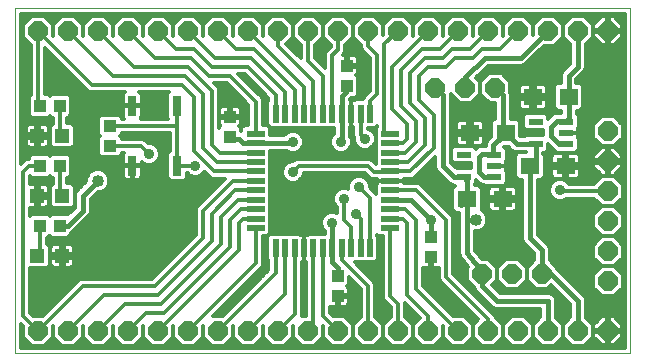
<source format=gtl>
G75*
G70*
%OFA0B0*%
%FSLAX24Y24*%
%IPPOS*%
%LPD*%
%AMOC8*
5,1,8,0,0,1.08239X$1,22.5*
%
%ADD10C,0.0000*%
%ADD11R,0.0197X0.0591*%
%ADD12R,0.0591X0.0197*%
%ADD13OC8,0.0640*%
%ADD14R,0.0394X0.0433*%
%ADD15R,0.0630X0.0551*%
%ADD16R,0.0300X0.0650*%
%ADD17R,0.0433X0.0394*%
%ADD18R,0.0472X0.0472*%
%ADD19R,0.0472X0.0217*%
%ADD20C,0.0120*%
%ADD21C,0.0350*%
%ADD22C,0.0160*%
%ADD23C,0.0400*%
D10*
X000411Y000411D02*
X000411Y011911D01*
X020911Y011911D01*
X020911Y000411D01*
X000411Y000411D01*
D11*
X009086Y003917D03*
X009401Y003917D03*
X009716Y003917D03*
X010031Y003917D03*
X010346Y003917D03*
X010661Y003917D03*
X010976Y003917D03*
X011291Y003917D03*
X011606Y003917D03*
X011921Y003917D03*
X012236Y003917D03*
X012236Y008405D03*
X011921Y008405D03*
X011606Y008405D03*
X011291Y008405D03*
X010976Y008405D03*
X010661Y008405D03*
X010346Y008405D03*
X010031Y008405D03*
X009716Y008405D03*
X009401Y008405D03*
X009086Y008405D03*
D12*
X008417Y007736D03*
X008417Y007421D03*
X008417Y007106D03*
X008417Y006791D03*
X008417Y006476D03*
X008417Y006161D03*
X008417Y005846D03*
X008417Y005531D03*
X008417Y005216D03*
X008417Y004901D03*
X008417Y004586D03*
X012905Y004586D03*
X012905Y004901D03*
X012905Y005216D03*
X012905Y005531D03*
X012905Y005846D03*
X012905Y006161D03*
X012905Y006476D03*
X012905Y006791D03*
X012905Y007106D03*
X012905Y007421D03*
X012905Y007736D03*
D13*
X014411Y009261D03*
X015411Y009261D03*
X016411Y009261D03*
X016161Y011161D03*
X015161Y011161D03*
X014161Y011161D03*
X013161Y011161D03*
X012161Y011161D03*
X011161Y011161D03*
X010161Y011161D03*
X009161Y011161D03*
X008161Y011161D03*
X007161Y011161D03*
X006161Y011161D03*
X005161Y011161D03*
X004161Y011161D03*
X003161Y011161D03*
X002161Y011161D03*
X001161Y011161D03*
X015961Y003061D03*
X016961Y003061D03*
X017961Y003061D03*
X020161Y002811D03*
X020161Y003811D03*
X020161Y004811D03*
X020161Y005811D03*
X020161Y006811D03*
X020161Y007811D03*
X020161Y011161D03*
X019161Y011161D03*
X018161Y011161D03*
X017161Y011161D03*
X017161Y001161D03*
X016161Y001161D03*
X015161Y001161D03*
X014161Y001161D03*
X013161Y001161D03*
X012161Y001161D03*
X011161Y001161D03*
X010161Y001161D03*
X009161Y001161D03*
X008161Y001161D03*
X007161Y001161D03*
X006161Y001161D03*
X005161Y001161D03*
X004161Y001161D03*
X003161Y001161D03*
X002161Y001161D03*
X001161Y001161D03*
X018161Y001161D03*
X019161Y001161D03*
X020161Y001161D03*
D14*
X014261Y003627D03*
X014261Y004296D03*
X011161Y002996D03*
X011161Y002327D03*
X007561Y007627D03*
X007561Y008296D03*
X011461Y009327D03*
X011461Y009996D03*
X001896Y008661D03*
X001227Y008661D03*
X001227Y006661D03*
X001896Y006661D03*
X001896Y004661D03*
X001227Y004661D03*
D15*
X015471Y005561D03*
X016652Y005561D03*
X017571Y006661D03*
X018752Y006661D03*
X016752Y007761D03*
X015571Y007761D03*
X017671Y008961D03*
X018852Y008961D03*
D16*
X005811Y008661D03*
X004311Y008661D03*
X004311Y006661D03*
X005811Y006661D03*
D17*
X003561Y007327D03*
X003561Y007996D03*
D18*
X001975Y007661D03*
X001148Y007661D03*
X001148Y005661D03*
X001975Y005661D03*
X001975Y003661D03*
X001148Y003661D03*
D19*
X015349Y006287D03*
X016373Y006287D03*
X016373Y006661D03*
X016373Y007035D03*
X015349Y007035D03*
X017749Y007387D03*
X018773Y007387D03*
X018773Y007761D03*
X018773Y008135D03*
X017749Y008135D03*
D20*
X018001Y007847D02*
X017439Y007847D01*
X017333Y007952D01*
X017333Y008318D01*
X017439Y008424D01*
X018060Y008424D01*
X018166Y008318D01*
X018166Y008233D01*
X018314Y008382D01*
X018410Y008421D01*
X018460Y008421D01*
X018462Y008424D01*
X018601Y008424D01*
X018601Y008506D01*
X018462Y008506D01*
X018357Y008611D01*
X018357Y009311D01*
X018462Y009417D01*
X018592Y009417D01*
X018592Y009600D01*
X018592Y009704D01*
X018631Y009799D01*
X018901Y010069D01*
X018901Y010714D01*
X018661Y010954D01*
X018661Y011368D01*
X018368Y011661D01*
X017954Y011661D01*
X017661Y011368D01*
X017368Y011661D01*
X016954Y011661D01*
X016661Y011368D01*
X016368Y011661D01*
X015954Y011661D01*
X015661Y011368D01*
X015368Y011661D01*
X014954Y011661D01*
X014661Y011368D01*
X014368Y011661D01*
X013954Y011661D01*
X013661Y011368D01*
X013368Y011661D01*
X012954Y011661D01*
X012661Y011368D01*
X012368Y011661D01*
X011954Y011661D01*
X011661Y011368D01*
X011368Y011661D01*
X010954Y011661D01*
X010661Y011368D01*
X010368Y011661D01*
X009954Y011661D01*
X009661Y011368D01*
X009368Y011661D01*
X008954Y011661D01*
X008661Y011368D01*
X008368Y011661D01*
X007954Y011661D01*
X007661Y011368D01*
X007368Y011661D01*
X006954Y011661D01*
X006661Y011368D01*
X006368Y011661D01*
X005954Y011661D01*
X005661Y011368D01*
X005368Y011661D01*
X004954Y011661D01*
X004661Y011368D01*
X004368Y011661D01*
X003954Y011661D01*
X003661Y011368D01*
X003368Y011661D01*
X002954Y011661D01*
X002661Y011368D01*
X002368Y011661D01*
X001954Y011661D01*
X001661Y011368D01*
X001368Y011661D01*
X000954Y011661D01*
X000661Y011368D01*
X000661Y010954D01*
X000921Y010694D01*
X000921Y009024D01*
X000850Y008952D01*
X000850Y008370D01*
X000955Y008265D01*
X001498Y008265D01*
X001561Y008328D01*
X001624Y008265D01*
X001656Y008265D01*
X001656Y008069D01*
X001558Y007972D01*
X001558Y007350D01*
X001664Y007245D01*
X002285Y007245D01*
X002391Y007350D01*
X002391Y007972D01*
X002285Y008077D01*
X002136Y008077D01*
X002136Y008265D01*
X002167Y008265D01*
X002273Y008370D01*
X002273Y008952D01*
X002167Y009058D01*
X001624Y009058D01*
X001561Y008994D01*
X001498Y009058D01*
X001401Y009058D01*
X001401Y010582D01*
X002758Y009225D01*
X002825Y009158D01*
X002914Y009121D01*
X004075Y009121D01*
X004063Y009114D01*
X004033Y009084D01*
X004012Y009048D01*
X004001Y009007D01*
X004001Y008676D01*
X004296Y008676D01*
X004296Y008646D01*
X004001Y008646D01*
X004001Y008315D01*
X004012Y008274D01*
X004033Y008238D01*
X004035Y008236D01*
X003958Y008236D01*
X003958Y008267D01*
X003852Y008373D01*
X003270Y008373D01*
X003165Y008267D01*
X003165Y007724D01*
X003228Y007661D01*
X003165Y007598D01*
X003165Y007055D01*
X003270Y006950D01*
X003852Y006950D01*
X003958Y007055D01*
X003958Y007087D01*
X004035Y007087D01*
X004033Y007084D01*
X004012Y007048D01*
X004001Y007007D01*
X004001Y006676D01*
X004296Y006676D01*
X004296Y006646D01*
X004326Y006646D01*
X004326Y006176D01*
X004482Y006176D01*
X004523Y006187D01*
X004559Y006208D01*
X004589Y006238D01*
X004610Y006274D01*
X004621Y006315D01*
X004621Y006646D01*
X004326Y006646D01*
X004326Y006676D01*
X004621Y006676D01*
X004621Y006799D01*
X004660Y006760D01*
X004791Y006706D01*
X004932Y006706D01*
X005062Y006760D01*
X005162Y006860D01*
X005216Y006991D01*
X005216Y007132D01*
X005162Y007262D01*
X005062Y007362D01*
X004932Y007416D01*
X004846Y007416D01*
X004732Y007530D01*
X004644Y007567D01*
X004548Y007567D01*
X003958Y007567D01*
X003958Y007598D01*
X003894Y007661D01*
X003958Y007724D01*
X003958Y007756D01*
X005571Y007756D01*
X005571Y007151D01*
X005481Y007061D01*
X005481Y006262D01*
X005587Y006156D01*
X006036Y006156D01*
X006141Y006262D01*
X006141Y006421D01*
X006149Y006421D01*
X006210Y006360D01*
X006341Y006306D01*
X006482Y006306D01*
X006612Y006360D01*
X006712Y006460D01*
X006715Y006468D01*
X006910Y006273D01*
X006999Y006236D01*
X007094Y006236D01*
X007397Y006236D01*
X006525Y005365D01*
X006458Y005297D01*
X006421Y005209D01*
X006421Y004361D01*
X004962Y002901D01*
X002709Y002901D01*
X002614Y002901D01*
X002525Y002865D01*
X001322Y001661D01*
X001001Y001661D01*
X000901Y001761D01*
X000901Y003245D01*
X001459Y003245D01*
X001564Y003350D01*
X001564Y003972D01*
X001467Y004069D01*
X001467Y004265D01*
X001498Y004265D01*
X001561Y004328D01*
X001624Y004265D01*
X002167Y004265D01*
X002273Y004370D01*
X002273Y004426D01*
X002309Y004441D01*
X002808Y004941D01*
X002809Y004941D01*
X002882Y005014D01*
X002921Y005110D01*
X002921Y005554D01*
X003149Y005781D01*
X003237Y005781D01*
X003376Y005839D01*
X003483Y005946D01*
X003541Y006086D01*
X003541Y006237D01*
X003483Y006376D01*
X003376Y006483D01*
X003237Y006541D01*
X003086Y006541D01*
X002946Y006483D01*
X002839Y006376D01*
X002781Y006237D01*
X002781Y006149D01*
X002441Y005809D01*
X002401Y005713D01*
X002401Y005610D01*
X002401Y005269D01*
X002179Y005046D01*
X002167Y005058D01*
X001624Y005058D01*
X001561Y004994D01*
X001498Y005058D01*
X000955Y005058D01*
X000901Y005004D01*
X000901Y005265D01*
X001090Y005265D01*
X001090Y005603D01*
X001206Y005603D01*
X001206Y005265D01*
X001405Y005265D01*
X001446Y005276D01*
X001482Y005297D01*
X001512Y005327D01*
X001533Y005363D01*
X001544Y005404D01*
X001544Y005603D01*
X001206Y005603D01*
X001206Y005719D01*
X001544Y005719D01*
X001544Y005919D01*
X001533Y005959D01*
X001512Y005996D01*
X001482Y006025D01*
X001446Y006047D01*
X001405Y006057D01*
X001206Y006057D01*
X001206Y005720D01*
X001090Y005720D01*
X001090Y006057D01*
X000901Y006057D01*
X000901Y006319D01*
X000955Y006265D01*
X001498Y006265D01*
X001561Y006328D01*
X001624Y006265D01*
X001656Y006265D01*
X001656Y006069D01*
X001558Y005972D01*
X001558Y005350D01*
X001664Y005245D01*
X002285Y005245D01*
X002391Y005350D01*
X002391Y005972D01*
X002285Y006077D01*
X002136Y006077D01*
X002136Y006265D01*
X002167Y006265D01*
X002273Y006370D01*
X002273Y006952D01*
X002167Y007058D01*
X001624Y007058D01*
X001561Y006994D01*
X001498Y007058D01*
X000955Y007058D01*
X000850Y006952D01*
X000850Y006901D01*
X000814Y006901D01*
X000725Y006865D01*
X000591Y006731D01*
X000591Y011731D01*
X020731Y011731D01*
X020731Y000591D01*
X000591Y000591D01*
X000591Y001392D01*
X000661Y001322D01*
X000661Y000954D01*
X000954Y000661D01*
X001368Y000661D01*
X001661Y000954D01*
X001661Y001322D01*
X001661Y000954D01*
X001954Y000661D01*
X002368Y000661D01*
X002661Y000954D01*
X002661Y001322D01*
X002661Y000954D01*
X002954Y000661D01*
X003368Y000661D01*
X003661Y000954D01*
X003661Y001322D01*
X003661Y000954D01*
X003954Y000661D01*
X004368Y000661D01*
X004661Y000954D01*
X004661Y001322D01*
X004661Y000954D01*
X004954Y000661D01*
X005368Y000661D01*
X005661Y000954D01*
X005661Y001322D01*
X005661Y000954D01*
X005954Y000661D01*
X006368Y000661D01*
X006661Y000954D01*
X006661Y001322D01*
X006661Y000954D01*
X006954Y000661D01*
X007368Y000661D01*
X007661Y000954D01*
X007661Y001322D01*
X007661Y000954D01*
X007954Y000661D01*
X008368Y000661D01*
X008661Y000954D01*
X008661Y001322D01*
X008661Y000954D01*
X008954Y000661D01*
X009368Y000661D01*
X009661Y000954D01*
X009661Y001322D01*
X009661Y000954D01*
X009954Y000661D01*
X010368Y000661D01*
X010661Y000954D01*
X010661Y001322D01*
X010661Y001322D01*
X010661Y000954D01*
X010954Y000661D01*
X011368Y000661D01*
X011661Y000954D01*
X011661Y001368D01*
X011368Y001661D01*
X011001Y001661D01*
X010901Y001761D01*
X010901Y001962D01*
X010903Y001961D01*
X010943Y001950D01*
X011123Y001950D01*
X011123Y002288D01*
X011200Y002288D01*
X011200Y002365D01*
X011518Y002365D01*
X011518Y002564D01*
X011507Y002605D01*
X011486Y002641D01*
X011480Y002647D01*
X011538Y002705D01*
X011538Y002945D01*
X011921Y002562D01*
X011921Y001628D01*
X011661Y001368D01*
X011661Y000954D01*
X011954Y000661D01*
X012368Y000661D01*
X012661Y000954D01*
X012661Y001368D01*
X012401Y001628D01*
X012401Y002709D01*
X012365Y002797D01*
X012297Y002865D01*
X011720Y003442D01*
X011748Y003442D01*
X012063Y003442D01*
X012409Y003442D01*
X012514Y003547D01*
X012514Y004287D01*
X012476Y004325D01*
X012476Y004368D01*
X012536Y004308D01*
X012665Y004308D01*
X012665Y002365D01*
X012665Y002269D01*
X012702Y002181D01*
X012921Y001962D01*
X012921Y001628D01*
X012661Y001368D01*
X012661Y000954D01*
X012954Y000661D01*
X013368Y000661D01*
X013661Y000954D01*
X013661Y001368D01*
X013401Y001628D01*
X013401Y002082D01*
X013888Y001595D01*
X013661Y001368D01*
X013661Y000954D01*
X013954Y000661D01*
X014368Y000661D01*
X014661Y000954D01*
X014661Y001322D01*
X014661Y001322D01*
X014661Y000954D01*
X014954Y000661D01*
X015368Y000661D01*
X015661Y000954D01*
X015661Y001368D01*
X015368Y001661D01*
X015001Y001661D01*
X014001Y002661D01*
X014001Y003262D01*
X014003Y003261D01*
X014043Y003250D01*
X014223Y003250D01*
X014223Y003588D01*
X014300Y003588D01*
X014300Y003250D01*
X014479Y003250D01*
X014520Y003261D01*
X014521Y003262D01*
X014521Y003009D01*
X014521Y002914D01*
X014558Y002825D01*
X015838Y001545D01*
X015661Y001368D01*
X015661Y000954D01*
X015954Y000661D01*
X016368Y000661D01*
X016661Y000954D01*
X016661Y001368D01*
X016388Y001642D01*
X016365Y001697D01*
X015001Y003061D01*
X015001Y004909D01*
X014965Y004997D01*
X014897Y005065D01*
X013912Y006050D01*
X013824Y006086D01*
X013728Y006086D01*
X013361Y006086D01*
X013361Y006161D01*
X012906Y006161D01*
X012906Y006161D01*
X013361Y006161D01*
X013361Y006236D01*
X013528Y006236D01*
X013624Y006236D01*
X013712Y006273D01*
X014401Y006962D01*
X014401Y006610D01*
X014441Y006514D01*
X014514Y006441D01*
X014888Y006067D01*
X014984Y006027D01*
X015010Y006027D01*
X015039Y005999D01*
X015063Y005999D01*
X014976Y005911D01*
X014976Y005211D01*
X015081Y005106D01*
X015186Y005106D01*
X015201Y005100D01*
X015201Y004913D01*
X015201Y004810D01*
X015201Y003776D01*
X015197Y003739D01*
X015201Y003724D01*
X015201Y003710D01*
X015216Y003675D01*
X015226Y003639D01*
X015235Y003628D01*
X015241Y003614D01*
X015267Y003588D01*
X015495Y003302D01*
X015461Y003268D01*
X015461Y002854D01*
X015701Y002614D01*
X015701Y002610D01*
X015741Y002514D01*
X015814Y002441D01*
X016314Y001941D01*
X016410Y001901D01*
X016513Y001901D01*
X017901Y001901D01*
X017901Y001608D01*
X017661Y001368D01*
X017368Y001661D01*
X016954Y001661D01*
X016661Y001368D01*
X016661Y000954D01*
X016954Y000661D01*
X017368Y000661D01*
X017661Y000954D01*
X017661Y001368D01*
X017661Y000954D01*
X017954Y000661D01*
X018368Y000661D01*
X018661Y000954D01*
X018661Y001368D01*
X018421Y001608D01*
X018421Y002213D01*
X018382Y002309D01*
X018309Y002382D01*
X018213Y002421D01*
X018110Y002421D01*
X016569Y002421D01*
X016299Y002692D01*
X016461Y002854D01*
X016461Y003268D01*
X016168Y003561D01*
X015954Y003561D01*
X015721Y003852D01*
X015721Y004481D01*
X015837Y004481D01*
X015976Y004539D01*
X016083Y004646D01*
X016141Y004786D01*
X016141Y004937D01*
X016083Y005076D01*
X015976Y005183D01*
X015949Y005195D01*
X015966Y005211D01*
X015966Y005911D01*
X015860Y006017D01*
X015731Y006017D01*
X015731Y006069D01*
X015766Y006104D01*
X015766Y006189D01*
X015888Y006067D01*
X015984Y006027D01*
X016034Y006027D01*
X016062Y005999D01*
X016684Y005999D01*
X016789Y006104D01*
X016789Y006470D01*
X016760Y006499D01*
X016769Y006532D01*
X016769Y006661D01*
X016373Y006661D01*
X016373Y006661D01*
X016769Y006661D01*
X016769Y006791D01*
X016760Y006824D01*
X016789Y006852D01*
X016789Y007218D01*
X016702Y007306D01*
X016840Y007306D01*
X016979Y007167D01*
X017074Y007127D01*
X017178Y007127D01*
X017410Y007127D01*
X017421Y007117D01*
X017181Y007117D01*
X017076Y007011D01*
X017076Y006311D01*
X017181Y006206D01*
X017311Y006206D01*
X017311Y004304D01*
X017311Y004200D01*
X017350Y004105D01*
X017701Y003754D01*
X017701Y003508D01*
X017461Y003268D01*
X017168Y003561D01*
X016754Y003561D01*
X016461Y003268D01*
X016461Y002854D01*
X016754Y002561D01*
X017168Y002561D01*
X017461Y002854D01*
X017461Y003268D01*
X017461Y002854D01*
X017754Y002561D01*
X018168Y002561D01*
X018281Y002674D01*
X018901Y002054D01*
X018901Y001608D01*
X018661Y001368D01*
X018661Y000954D01*
X018954Y000661D01*
X019368Y000661D01*
X019661Y000954D01*
X019661Y001368D01*
X019421Y001608D01*
X019421Y002213D01*
X019382Y002309D01*
X019309Y002382D01*
X018461Y003229D01*
X018461Y003268D01*
X018221Y003508D01*
X018221Y003913D01*
X018182Y004009D01*
X018109Y004082D01*
X017831Y004359D01*
X017831Y006206D01*
X017960Y006206D01*
X018066Y006311D01*
X018066Y007011D01*
X018009Y007068D01*
X018009Y007099D01*
X018060Y007099D01*
X018166Y007204D01*
X018166Y007389D01*
X018388Y007167D01*
X018399Y007162D01*
X018462Y007099D01*
X019084Y007099D01*
X019189Y007204D01*
X019189Y007570D01*
X019160Y007599D01*
X019169Y007632D01*
X019169Y007761D01*
X018773Y007761D01*
X018773Y007761D01*
X019169Y007761D01*
X019169Y007891D01*
X019160Y007924D01*
X019189Y007952D01*
X019189Y008318D01*
X019121Y008386D01*
X019121Y008506D01*
X019241Y008506D01*
X019347Y008611D01*
X019347Y009311D01*
X019241Y009417D01*
X019112Y009417D01*
X019112Y009544D01*
X019308Y009741D01*
X019309Y009741D01*
X019382Y009814D01*
X019421Y009910D01*
X019421Y010714D01*
X019661Y010954D01*
X019661Y011368D01*
X019368Y011661D01*
X018954Y011661D01*
X018661Y011368D01*
X018661Y010954D01*
X018368Y010661D01*
X018029Y010661D01*
X017409Y010041D01*
X017313Y010001D01*
X017210Y010001D01*
X016169Y010001D01*
X015774Y009606D01*
X015911Y009468D01*
X015911Y009054D01*
X015618Y008761D01*
X015204Y008761D01*
X014921Y009044D01*
X014921Y006769D01*
X015115Y006575D01*
X015601Y006575D01*
X015601Y006747D01*
X015039Y006747D01*
X014933Y006852D01*
X014933Y007218D01*
X015039Y007324D01*
X015660Y007324D01*
X015758Y007226D01*
X015814Y007282D01*
X015910Y007321D01*
X016060Y007321D01*
X016062Y007324D01*
X016087Y007324D01*
X016087Y007399D01*
X016127Y007494D01*
X016257Y007624D01*
X016257Y008111D01*
X016362Y008217D01*
X016401Y008217D01*
X016401Y008761D01*
X016204Y008761D01*
X015911Y009054D01*
X015911Y009468D01*
X016204Y009761D01*
X016618Y009761D01*
X016911Y009468D01*
X016911Y009087D01*
X016921Y009063D01*
X016921Y008960D01*
X016921Y008217D01*
X017141Y008217D01*
X017247Y008111D01*
X017247Y007647D01*
X017410Y007647D01*
X017439Y007675D01*
X018001Y007675D01*
X018001Y007847D01*
X018001Y007748D02*
X017247Y007748D01*
X017247Y007867D02*
X017419Y007867D01*
X017333Y007985D02*
X017247Y007985D01*
X017247Y008104D02*
X017333Y008104D01*
X017333Y008222D02*
X016921Y008222D01*
X016921Y008341D02*
X017356Y008341D01*
X017335Y008526D02*
X017611Y008526D01*
X017611Y008901D01*
X017731Y008901D01*
X017731Y009021D01*
X018146Y009021D01*
X018146Y009258D01*
X018135Y009299D01*
X018114Y009335D01*
X018084Y009365D01*
X018047Y009386D01*
X018007Y009397D01*
X017731Y009397D01*
X017731Y009021D01*
X017611Y009021D01*
X017611Y008901D01*
X017196Y008901D01*
X017196Y008665D01*
X017207Y008624D01*
X017228Y008587D01*
X017257Y008558D01*
X017294Y008537D01*
X017335Y008526D01*
X017237Y008578D02*
X016921Y008578D01*
X016921Y008696D02*
X017196Y008696D01*
X017196Y008815D02*
X016921Y008815D01*
X016921Y008933D02*
X017611Y008933D01*
X017611Y009021D02*
X017196Y009021D01*
X017196Y009258D01*
X017207Y009299D01*
X017228Y009335D01*
X017257Y009365D01*
X017294Y009386D01*
X017335Y009397D01*
X017611Y009397D01*
X017611Y009021D01*
X017611Y009052D02*
X017731Y009052D01*
X017731Y009171D02*
X017611Y009171D01*
X017611Y009289D02*
X017731Y009289D01*
X018137Y009289D02*
X018357Y009289D01*
X018357Y009171D02*
X018146Y009171D01*
X018146Y009052D02*
X018357Y009052D01*
X018357Y008933D02*
X017731Y008933D01*
X017731Y008901D02*
X018146Y008901D01*
X018146Y008665D01*
X018135Y008624D01*
X018114Y008587D01*
X018084Y008558D01*
X018047Y008537D01*
X018007Y008526D01*
X017731Y008526D01*
X017731Y008901D01*
X017731Y008815D02*
X017611Y008815D01*
X017611Y008696D02*
X017731Y008696D01*
X017731Y008578D02*
X017611Y008578D01*
X018104Y008578D02*
X018390Y008578D01*
X018357Y008696D02*
X018146Y008696D01*
X018146Y008815D02*
X018357Y008815D01*
X018601Y008459D02*
X016921Y008459D01*
X016401Y008459D02*
X014921Y008459D01*
X014921Y008341D02*
X016401Y008341D01*
X016401Y008222D02*
X014921Y008222D01*
X014921Y008104D02*
X015110Y008104D01*
X015107Y008099D02*
X015096Y008058D01*
X015096Y007821D01*
X015511Y007821D01*
X015511Y007701D01*
X015631Y007701D01*
X015631Y007821D01*
X016046Y007821D01*
X016046Y008058D01*
X016035Y008099D01*
X016014Y008135D01*
X015984Y008165D01*
X015947Y008186D01*
X015907Y008197D01*
X015631Y008197D01*
X015631Y007821D01*
X015511Y007821D01*
X015511Y008197D01*
X015235Y008197D01*
X015194Y008186D01*
X015157Y008165D01*
X015128Y008135D01*
X015107Y008099D01*
X015096Y007985D02*
X014921Y007985D01*
X014921Y007867D02*
X015096Y007867D01*
X015096Y007701D02*
X015096Y007465D01*
X015107Y007424D01*
X015128Y007387D01*
X015157Y007358D01*
X015194Y007337D01*
X015235Y007326D01*
X015511Y007326D01*
X015511Y007701D01*
X015096Y007701D01*
X015096Y007629D02*
X014921Y007629D01*
X014921Y007511D02*
X015096Y007511D01*
X015125Y007392D02*
X014921Y007392D01*
X014921Y007274D02*
X014989Y007274D01*
X014933Y007155D02*
X014921Y007155D01*
X014921Y007037D02*
X014933Y007037D01*
X014921Y006918D02*
X014933Y006918D01*
X014921Y006800D02*
X014986Y006800D01*
X015009Y006681D02*
X015601Y006681D01*
X015710Y007274D02*
X015806Y007274D01*
X015907Y007326D02*
X015631Y007326D01*
X015631Y007701D01*
X016046Y007701D01*
X016046Y007465D01*
X016035Y007424D01*
X016014Y007387D01*
X015984Y007358D01*
X015947Y007337D01*
X015907Y007326D01*
X016017Y007392D02*
X016087Y007392D01*
X016046Y007511D02*
X016143Y007511D01*
X016046Y007629D02*
X016257Y007629D01*
X016257Y007748D02*
X015631Y007748D01*
X015631Y007629D02*
X015511Y007629D01*
X015511Y007511D02*
X015631Y007511D01*
X015631Y007392D02*
X015511Y007392D01*
X015511Y007748D02*
X014921Y007748D01*
X015511Y007867D02*
X015631Y007867D01*
X015631Y007985D02*
X015511Y007985D01*
X015511Y008104D02*
X015631Y008104D01*
X016032Y008104D02*
X016257Y008104D01*
X016257Y007985D02*
X016046Y007985D01*
X016046Y007867D02*
X016257Y007867D01*
X016401Y008578D02*
X014921Y008578D01*
X014921Y008696D02*
X016401Y008696D01*
X016150Y008815D02*
X015672Y008815D01*
X015791Y008933D02*
X016032Y008933D01*
X015913Y009052D02*
X015909Y009052D01*
X015911Y009171D02*
X015911Y009171D01*
X015911Y009289D02*
X015911Y009289D01*
X015911Y009408D02*
X015911Y009408D01*
X015853Y009526D02*
X015969Y009526D01*
X016088Y009645D02*
X015812Y009645D01*
X015931Y009763D02*
X018617Y009763D01*
X018592Y009645D02*
X016735Y009645D01*
X016853Y009526D02*
X018592Y009526D01*
X018453Y009408D02*
X016911Y009408D01*
X016911Y009289D02*
X017204Y009289D01*
X017196Y009171D02*
X016911Y009171D01*
X016921Y009052D02*
X017196Y009052D01*
X018143Y008341D02*
X018273Y008341D01*
X019121Y008459D02*
X020731Y008459D01*
X020731Y008341D02*
X019167Y008341D01*
X019189Y008222D02*
X019865Y008222D01*
X019954Y008311D02*
X019661Y008018D01*
X019661Y007604D01*
X019954Y007311D01*
X020368Y007311D01*
X020661Y007604D01*
X020661Y008018D01*
X020368Y008311D01*
X019954Y008311D01*
X019747Y008104D02*
X019189Y008104D01*
X019189Y007985D02*
X019661Y007985D01*
X019661Y007867D02*
X019169Y007867D01*
X019169Y007748D02*
X019661Y007748D01*
X019661Y007629D02*
X019169Y007629D01*
X019189Y007511D02*
X019754Y007511D01*
X019873Y007392D02*
X019189Y007392D01*
X019189Y007274D02*
X019945Y007274D01*
X019962Y007291D02*
X019681Y007010D01*
X019681Y006851D01*
X020121Y006851D01*
X020121Y006771D01*
X020201Y006771D01*
X020201Y006331D01*
X020360Y006331D01*
X020641Y006612D01*
X020641Y006771D01*
X020201Y006771D01*
X020201Y006851D01*
X020641Y006851D01*
X020641Y007010D01*
X020360Y007291D01*
X020201Y007291D01*
X020201Y006851D01*
X020121Y006851D01*
X020121Y007291D01*
X019962Y007291D01*
X020121Y007274D02*
X020201Y007274D01*
X020201Y007155D02*
X020121Y007155D01*
X020121Y007037D02*
X020201Y007037D01*
X020201Y006918D02*
X020121Y006918D01*
X020121Y006800D02*
X019227Y006800D01*
X019227Y006721D02*
X019227Y006958D01*
X019216Y006999D01*
X019195Y007035D01*
X019165Y007065D01*
X019129Y007086D01*
X019088Y007097D01*
X018812Y007097D01*
X018812Y006721D01*
X019227Y006721D01*
X019227Y006601D02*
X018812Y006601D01*
X018812Y006721D01*
X018692Y006721D01*
X018692Y006601D01*
X018812Y006601D01*
X018812Y006226D01*
X019088Y006226D01*
X019129Y006237D01*
X019165Y006258D01*
X019195Y006287D01*
X019216Y006324D01*
X019227Y006365D01*
X019227Y006601D01*
X019227Y006563D02*
X019731Y006563D01*
X019681Y006612D02*
X019962Y006331D01*
X020121Y006331D01*
X020121Y006771D01*
X019681Y006771D01*
X019681Y006612D01*
X019681Y006681D02*
X018812Y006681D01*
X018812Y006563D02*
X018692Y006563D01*
X018692Y006601D02*
X018692Y006226D01*
X018416Y006226D01*
X018375Y006237D01*
X018339Y006258D01*
X018309Y006287D01*
X018288Y006324D01*
X018277Y006365D01*
X018277Y006601D01*
X018692Y006601D01*
X018692Y006681D02*
X018066Y006681D01*
X018066Y006563D02*
X018277Y006563D01*
X018277Y006444D02*
X018066Y006444D01*
X018066Y006326D02*
X018287Y006326D01*
X018360Y006162D02*
X018260Y006062D01*
X018206Y005932D01*
X018206Y005791D01*
X018260Y005660D01*
X018360Y005560D01*
X018491Y005506D01*
X018632Y005506D01*
X018762Y005560D01*
X018773Y005571D01*
X019694Y005571D01*
X019954Y005311D01*
X019661Y005018D01*
X019661Y004604D01*
X019954Y004311D01*
X019661Y004018D01*
X019661Y003604D01*
X019954Y003311D01*
X019661Y003018D01*
X019661Y002604D01*
X019954Y002311D01*
X020368Y002311D01*
X020661Y002604D01*
X020661Y003018D01*
X020368Y003311D01*
X019954Y003311D01*
X020368Y003311D01*
X020661Y003604D01*
X020661Y004018D01*
X020368Y004311D01*
X019954Y004311D01*
X020368Y004311D01*
X020661Y004604D01*
X020661Y005018D01*
X020368Y005311D01*
X019954Y005311D01*
X020368Y005311D01*
X020661Y005604D01*
X020661Y006018D01*
X020368Y006311D01*
X019954Y006311D01*
X019694Y006051D01*
X018867Y006051D01*
X018862Y006062D01*
X018762Y006162D01*
X018632Y006216D01*
X018491Y006216D01*
X018360Y006162D01*
X018286Y006088D02*
X017831Y006088D01*
X017831Y005970D02*
X018222Y005970D01*
X018206Y005851D02*
X017831Y005851D01*
X017831Y005733D02*
X018230Y005733D01*
X018306Y005614D02*
X017831Y005614D01*
X017831Y005496D02*
X019770Y005496D01*
X019888Y005377D02*
X017831Y005377D01*
X017831Y005259D02*
X019902Y005259D01*
X019783Y005140D02*
X017831Y005140D01*
X017831Y005022D02*
X019664Y005022D01*
X019661Y004903D02*
X017831Y004903D01*
X017831Y004784D02*
X019661Y004784D01*
X019661Y004666D02*
X017831Y004666D01*
X017831Y004547D02*
X019718Y004547D01*
X019837Y004429D02*
X017831Y004429D01*
X017880Y004310D02*
X019953Y004310D01*
X019835Y004192D02*
X017998Y004192D01*
X018117Y004073D02*
X019716Y004073D01*
X019661Y003955D02*
X018204Y003955D01*
X018221Y003836D02*
X019661Y003836D01*
X019661Y003718D02*
X018221Y003718D01*
X018221Y003599D02*
X019666Y003599D01*
X019785Y003480D02*
X018249Y003480D01*
X018368Y003362D02*
X019903Y003362D01*
X019886Y003243D02*
X018461Y003243D01*
X018565Y003125D02*
X019768Y003125D01*
X019661Y003006D02*
X018684Y003006D01*
X018802Y002888D02*
X019661Y002888D01*
X019661Y002769D02*
X018921Y002769D01*
X019039Y002651D02*
X019661Y002651D01*
X019733Y002532D02*
X019158Y002532D01*
X019277Y002414D02*
X019852Y002414D01*
X019421Y002176D02*
X020731Y002176D01*
X020731Y002058D02*
X019421Y002058D01*
X019421Y001939D02*
X020731Y001939D01*
X020731Y001821D02*
X019421Y001821D01*
X019421Y001702D02*
X020731Y001702D01*
X020731Y001584D02*
X020417Y001584D01*
X020360Y001641D02*
X020201Y001641D01*
X020201Y001201D01*
X020121Y001201D01*
X020121Y001121D01*
X019681Y001121D01*
X019681Y000962D01*
X019962Y000681D01*
X020121Y000681D01*
X020121Y001121D01*
X020201Y001121D01*
X020201Y000681D01*
X020360Y000681D01*
X020641Y000962D01*
X020641Y001121D01*
X020201Y001121D01*
X020201Y001201D01*
X020641Y001201D01*
X020641Y001360D01*
X020360Y001641D01*
X020201Y001584D02*
X020121Y001584D01*
X020121Y001641D02*
X019962Y001641D01*
X019681Y001360D01*
X019681Y001201D01*
X020121Y001201D01*
X020121Y001641D01*
X020121Y001465D02*
X020201Y001465D01*
X020201Y001347D02*
X020121Y001347D01*
X020121Y001228D02*
X020201Y001228D01*
X020201Y001110D02*
X020121Y001110D01*
X020121Y000991D02*
X020201Y000991D01*
X020201Y000873D02*
X020121Y000873D01*
X020121Y000754D02*
X020201Y000754D01*
X020433Y000754D02*
X020731Y000754D01*
X020731Y000873D02*
X020551Y000873D01*
X020641Y000991D02*
X020731Y000991D01*
X020731Y001110D02*
X020641Y001110D01*
X020641Y001228D02*
X020731Y001228D01*
X020731Y001347D02*
X020641Y001347D01*
X020731Y001465D02*
X020536Y001465D01*
X019905Y001584D02*
X019446Y001584D01*
X019564Y001465D02*
X019786Y001465D01*
X019681Y001347D02*
X019661Y001347D01*
X019661Y001228D02*
X019681Y001228D01*
X019681Y001110D02*
X019661Y001110D01*
X019661Y000991D02*
X019681Y000991D01*
X019771Y000873D02*
X019580Y000873D01*
X019461Y000754D02*
X019890Y000754D01*
X020731Y000635D02*
X000591Y000635D01*
X000591Y000754D02*
X000861Y000754D01*
X000743Y000873D02*
X000591Y000873D01*
X000591Y000991D02*
X000661Y000991D01*
X000661Y001110D02*
X000591Y001110D01*
X000591Y001228D02*
X000661Y001228D01*
X000636Y001347D02*
X000591Y001347D01*
X000661Y001661D02*
X001161Y001161D01*
X002661Y002661D01*
X005061Y002661D01*
X006661Y004261D01*
X006661Y005161D01*
X007661Y006161D01*
X008417Y006161D01*
X008417Y006476D02*
X007046Y006476D01*
X006361Y007161D01*
X006361Y008961D01*
X005961Y009361D01*
X002961Y009361D01*
X001161Y011161D01*
X001161Y008761D01*
X001227Y008696D01*
X001227Y008661D01*
X000850Y008696D02*
X000591Y008696D01*
X000591Y008578D02*
X000850Y008578D01*
X000850Y008459D02*
X000591Y008459D01*
X000591Y008341D02*
X000879Y008341D01*
X000891Y008057D02*
X000850Y008047D01*
X000813Y008025D01*
X000784Y007996D01*
X000763Y007959D01*
X000752Y007919D01*
X000752Y007719D01*
X001089Y007719D01*
X001089Y007603D01*
X000752Y007603D01*
X000752Y007404D01*
X000763Y007363D01*
X000784Y007327D01*
X000813Y007297D01*
X000850Y007276D01*
X000891Y007265D01*
X001090Y007265D01*
X001090Y007603D01*
X001206Y007603D01*
X001206Y007265D01*
X001405Y007265D01*
X001446Y007276D01*
X001482Y007297D01*
X001512Y007327D01*
X001533Y007363D01*
X001544Y007404D01*
X001544Y007603D01*
X001206Y007603D01*
X001206Y007719D01*
X001544Y007719D01*
X001544Y007919D01*
X001533Y007959D01*
X001512Y007996D01*
X001482Y008025D01*
X001446Y008047D01*
X001405Y008057D01*
X001206Y008057D01*
X001206Y007720D01*
X001090Y007720D01*
X001090Y008057D01*
X000891Y008057D01*
X000778Y007985D02*
X000591Y007985D01*
X000591Y007867D02*
X000752Y007867D01*
X000752Y007748D02*
X000591Y007748D01*
X000591Y007629D02*
X001089Y007629D01*
X001206Y007629D02*
X001558Y007629D01*
X001544Y007511D02*
X001558Y007511D01*
X001558Y007392D02*
X001541Y007392D01*
X001635Y007274D02*
X001438Y007274D01*
X001206Y007274D02*
X001090Y007274D01*
X001090Y007392D02*
X001206Y007392D01*
X001206Y007511D02*
X001090Y007511D01*
X001090Y007748D02*
X001206Y007748D01*
X001206Y007867D02*
X001090Y007867D01*
X001090Y007985D02*
X001206Y007985D01*
X001518Y007985D02*
X001572Y007985D01*
X001558Y007867D02*
X001544Y007867D01*
X001544Y007748D02*
X001558Y007748D01*
X001896Y007740D02*
X001975Y007661D01*
X001896Y007740D02*
X001896Y008661D01*
X002273Y008696D02*
X004001Y008696D01*
X004001Y008578D02*
X002273Y008578D01*
X002273Y008459D02*
X004001Y008459D01*
X004001Y008341D02*
X003884Y008341D01*
X003561Y007996D02*
X005811Y007996D01*
X005811Y006661D01*
X006411Y006661D01*
X006696Y006444D02*
X006739Y006444D01*
X006858Y006326D02*
X006528Y006326D01*
X006294Y006326D02*
X006141Y006326D01*
X006086Y006207D02*
X007368Y006207D01*
X007249Y006088D02*
X003541Y006088D01*
X003541Y006207D02*
X004065Y006207D01*
X004063Y006208D02*
X004099Y006187D01*
X004140Y006176D01*
X004296Y006176D01*
X004296Y006646D01*
X004001Y006646D01*
X004001Y006315D01*
X004012Y006274D01*
X004033Y006238D01*
X004063Y006208D01*
X004001Y006326D02*
X003505Y006326D01*
X003416Y006444D02*
X004001Y006444D01*
X004001Y006563D02*
X002273Y006563D01*
X002273Y006681D02*
X004001Y006681D01*
X004001Y006800D02*
X002273Y006800D01*
X002273Y006918D02*
X004001Y006918D01*
X004009Y007037D02*
X003939Y007037D01*
X003561Y007327D02*
X004596Y007327D01*
X004861Y007061D01*
X005186Y006918D02*
X005481Y006918D01*
X005481Y006800D02*
X005102Y006800D01*
X005216Y007037D02*
X005481Y007037D01*
X005571Y007155D02*
X005207Y007155D01*
X005151Y007274D02*
X005571Y007274D01*
X005571Y007392D02*
X004989Y007392D01*
X004751Y007511D02*
X005571Y007511D01*
X005571Y007629D02*
X003926Y007629D01*
X003958Y007748D02*
X005571Y007748D01*
X005811Y007996D02*
X005811Y008661D01*
X005481Y008696D02*
X004621Y008696D01*
X004621Y008676D02*
X004326Y008676D01*
X004326Y008646D01*
X004621Y008646D01*
X004621Y008315D01*
X004610Y008274D01*
X004589Y008238D01*
X004587Y008236D01*
X005507Y008236D01*
X005481Y008262D01*
X005481Y009061D01*
X005542Y009121D01*
X004547Y009121D01*
X004559Y009114D01*
X004589Y009084D01*
X004610Y009048D01*
X004621Y009007D01*
X004621Y008676D01*
X004621Y008578D02*
X005481Y008578D01*
X005481Y008459D02*
X004621Y008459D01*
X004621Y008341D02*
X005481Y008341D01*
X005481Y008815D02*
X004621Y008815D01*
X004621Y008933D02*
X005481Y008933D01*
X005481Y009052D02*
X004608Y009052D01*
X004014Y009052D02*
X002173Y009052D01*
X002273Y008933D02*
X004001Y008933D01*
X004001Y008815D02*
X002273Y008815D01*
X002243Y008341D02*
X003238Y008341D01*
X003165Y008222D02*
X002136Y008222D01*
X002136Y008104D02*
X003165Y008104D01*
X003165Y007985D02*
X002378Y007985D01*
X002391Y007867D02*
X003165Y007867D01*
X003165Y007748D02*
X002391Y007748D01*
X002391Y007629D02*
X003196Y007629D01*
X003165Y007511D02*
X002391Y007511D01*
X002391Y007392D02*
X003165Y007392D01*
X003165Y007274D02*
X002314Y007274D01*
X002188Y007037D02*
X003183Y007037D01*
X003165Y007155D02*
X000591Y007155D01*
X000591Y007037D02*
X000934Y007037D01*
X000850Y006918D02*
X000591Y006918D01*
X000591Y006800D02*
X000660Y006800D01*
X000861Y006661D02*
X000661Y006461D01*
X000661Y001661D01*
X000960Y001702D02*
X001363Y001702D01*
X001481Y001821D02*
X000901Y001821D01*
X000901Y001939D02*
X001600Y001939D01*
X001719Y002058D02*
X000901Y002058D01*
X000901Y002176D02*
X001837Y002176D01*
X001956Y002295D02*
X000901Y002295D01*
X000901Y002414D02*
X002074Y002414D01*
X002193Y002532D02*
X000901Y002532D01*
X000901Y002651D02*
X002311Y002651D01*
X002430Y002769D02*
X000901Y002769D01*
X000901Y002888D02*
X002581Y002888D01*
X002309Y003297D02*
X002339Y003327D01*
X002360Y003363D01*
X002371Y003404D01*
X002371Y003603D01*
X002033Y003603D01*
X002033Y003719D01*
X002371Y003719D01*
X002371Y003919D01*
X002360Y003959D01*
X002339Y003996D01*
X002309Y004025D01*
X002273Y004047D01*
X002232Y004057D01*
X002033Y004057D01*
X002033Y003720D01*
X001916Y003720D01*
X001916Y004057D01*
X001717Y004057D01*
X001677Y004047D01*
X001640Y004025D01*
X001610Y003996D01*
X001589Y003959D01*
X001578Y003919D01*
X001578Y003719D01*
X001916Y003719D01*
X001916Y003603D01*
X001578Y003603D01*
X001578Y003404D01*
X001589Y003363D01*
X001610Y003327D01*
X001640Y003297D01*
X001677Y003276D01*
X001717Y003265D01*
X001916Y003265D01*
X001916Y003603D01*
X002033Y003603D01*
X002033Y003265D01*
X002232Y003265D01*
X002273Y003276D01*
X002309Y003297D01*
X002359Y003362D02*
X005423Y003362D01*
X005541Y003480D02*
X002371Y003480D01*
X002371Y003599D02*
X005660Y003599D01*
X005778Y003718D02*
X002033Y003718D01*
X001916Y003718D02*
X001564Y003718D01*
X001564Y003836D02*
X001578Y003836D01*
X001564Y003955D02*
X001588Y003955D01*
X001467Y004073D02*
X006134Y004073D01*
X006252Y004192D02*
X001467Y004192D01*
X001544Y004310D02*
X001579Y004310D01*
X001916Y003955D02*
X002033Y003955D01*
X002033Y003836D02*
X001916Y003836D01*
X001916Y003599D02*
X002033Y003599D01*
X002033Y003480D02*
X001916Y003480D01*
X001916Y003362D02*
X002033Y003362D01*
X001590Y003362D02*
X001564Y003362D01*
X001564Y003480D02*
X001578Y003480D01*
X001564Y003599D02*
X001578Y003599D01*
X001227Y003740D02*
X001148Y003661D01*
X001227Y003740D02*
X001227Y004661D01*
X001534Y005022D02*
X001588Y005022D01*
X001650Y005259D02*
X000901Y005259D01*
X000901Y005140D02*
X002272Y005140D01*
X002299Y005259D02*
X002391Y005259D01*
X002391Y005377D02*
X002401Y005377D01*
X002391Y005496D02*
X002401Y005496D01*
X002391Y005614D02*
X002401Y005614D01*
X002391Y005733D02*
X002409Y005733D01*
X002391Y005851D02*
X002484Y005851D01*
X002391Y005970D02*
X002602Y005970D01*
X002721Y006088D02*
X002136Y006088D01*
X002136Y006207D02*
X002781Y006207D01*
X002818Y006326D02*
X002228Y006326D01*
X002273Y006444D02*
X002907Y006444D01*
X003493Y005970D02*
X007131Y005970D01*
X007012Y005851D02*
X003389Y005851D01*
X003100Y005733D02*
X006893Y005733D01*
X006775Y005614D02*
X002982Y005614D01*
X002921Y005496D02*
X006656Y005496D01*
X006538Y005377D02*
X002921Y005377D01*
X002921Y005259D02*
X006442Y005259D01*
X006421Y005140D02*
X002921Y005140D01*
X002885Y005022D02*
X006421Y005022D01*
X006421Y004903D02*
X002771Y004903D01*
X002652Y004784D02*
X006421Y004784D01*
X006421Y004666D02*
X002534Y004666D01*
X002415Y004547D02*
X006421Y004547D01*
X006421Y004429D02*
X002279Y004429D01*
X002213Y004310D02*
X006371Y004310D01*
X006015Y003955D02*
X002361Y003955D01*
X002371Y003836D02*
X005897Y003836D01*
X005304Y003243D02*
X000901Y003243D01*
X000901Y003125D02*
X005185Y003125D01*
X005067Y003006D02*
X000901Y003006D01*
X002161Y001161D02*
X003361Y002361D01*
X005161Y002361D01*
X006961Y004161D01*
X006961Y005061D01*
X007746Y005846D01*
X008417Y005846D01*
X008417Y005531D02*
X007831Y005531D01*
X007261Y004961D01*
X007261Y004061D01*
X005261Y002061D01*
X004061Y002061D01*
X003161Y001161D01*
X002661Y001110D02*
X002661Y001110D01*
X002661Y001228D02*
X002661Y001228D01*
X002661Y001322D02*
X002661Y001322D01*
X002661Y000991D02*
X002661Y000991D01*
X002580Y000873D02*
X002743Y000873D01*
X002861Y000754D02*
X002461Y000754D01*
X001861Y000754D02*
X001461Y000754D01*
X001580Y000873D02*
X001743Y000873D01*
X001661Y000991D02*
X001661Y000991D01*
X001661Y001110D02*
X001661Y001110D01*
X001661Y001228D02*
X001661Y001228D01*
X001661Y001322D02*
X001661Y001322D01*
X003461Y000754D02*
X003861Y000754D01*
X003743Y000873D02*
X003580Y000873D01*
X003661Y000991D02*
X003661Y000991D01*
X003661Y001110D02*
X003661Y001110D01*
X003661Y001228D02*
X003661Y001228D01*
X003661Y001322D02*
X003661Y001322D01*
X004161Y001161D02*
X004761Y001761D01*
X005361Y001761D01*
X007561Y003961D01*
X007561Y004861D01*
X007916Y005216D01*
X008417Y005216D01*
X008417Y004901D02*
X008001Y004901D01*
X007861Y004761D01*
X007861Y003861D01*
X005161Y001161D01*
X005661Y001110D02*
X005661Y001110D01*
X005661Y001228D02*
X005661Y001228D01*
X005661Y001322D02*
X005661Y001322D01*
X005661Y000991D02*
X005661Y000991D01*
X005580Y000873D02*
X005743Y000873D01*
X005861Y000754D02*
X005461Y000754D01*
X004861Y000754D02*
X004461Y000754D01*
X004580Y000873D02*
X004743Y000873D01*
X004661Y000991D02*
X004661Y000991D01*
X004661Y001110D02*
X004661Y001110D01*
X004661Y001228D02*
X004661Y001228D01*
X004661Y001322D02*
X004661Y001322D01*
X006161Y001161D02*
X008417Y003417D01*
X008417Y004586D01*
X008657Y004308D02*
X008787Y004308D01*
X008892Y004413D01*
X008892Y004759D01*
X008892Y005074D01*
X008892Y005389D01*
X008892Y005704D01*
X008892Y006019D01*
X008892Y006334D01*
X008892Y006649D01*
X008892Y006964D01*
X008892Y007161D01*
X009459Y007161D01*
X009460Y007160D01*
X009591Y007106D01*
X009732Y007106D01*
X009862Y007160D01*
X009962Y007260D01*
X010016Y007391D01*
X010016Y007532D01*
X009962Y007662D01*
X009862Y007762D01*
X009732Y007816D01*
X009591Y007816D01*
X009460Y007762D01*
X009379Y007681D01*
X008892Y007681D01*
X008892Y007909D01*
X008787Y008014D01*
X008657Y008014D01*
X008657Y008758D01*
X008657Y008853D01*
X008621Y008941D01*
X007841Y009721D01*
X008062Y009721D01*
X008846Y008937D01*
X008846Y008814D01*
X008808Y008775D01*
X008808Y008036D01*
X008913Y007930D01*
X009259Y007930D01*
X009574Y007930D01*
X009889Y007930D01*
X010204Y007930D01*
X010519Y007930D01*
X010834Y007930D01*
X011031Y007930D01*
X011031Y007733D01*
X010960Y007662D01*
X010906Y007532D01*
X010906Y007391D01*
X010960Y007260D01*
X011060Y007160D01*
X011191Y007106D01*
X011332Y007106D01*
X011462Y007160D01*
X011562Y007260D01*
X011616Y007391D01*
X011616Y007532D01*
X011562Y007662D01*
X011551Y007673D01*
X011551Y007950D01*
X011606Y007950D01*
X011606Y008405D01*
X011606Y008405D01*
X011606Y007950D01*
X011681Y007950D01*
X011681Y007654D01*
X011706Y007593D01*
X011706Y007491D01*
X011760Y007360D01*
X011860Y007260D01*
X011991Y007206D01*
X012132Y007206D01*
X012262Y007260D01*
X012362Y007360D01*
X012416Y007491D01*
X012416Y007632D01*
X012362Y007762D01*
X012262Y007862D01*
X012161Y007904D01*
X012161Y007930D01*
X012409Y007930D01*
X012465Y007986D01*
X012465Y007944D01*
X012430Y007909D01*
X012430Y007563D01*
X012430Y007248D01*
X012430Y006933D01*
X012430Y006732D01*
X012297Y006865D01*
X012209Y006901D01*
X012114Y006901D01*
X009814Y006901D01*
X009725Y006865D01*
X009677Y006816D01*
X009591Y006816D01*
X009460Y006762D01*
X009360Y006662D01*
X009306Y006532D01*
X009306Y006391D01*
X009360Y006260D01*
X009460Y006160D01*
X009591Y006106D01*
X009732Y006106D01*
X009862Y006160D01*
X009962Y006260D01*
X010016Y006391D01*
X010016Y006421D01*
X012062Y006421D01*
X012158Y006325D01*
X012225Y006258D01*
X012314Y006221D01*
X012450Y006221D01*
X012450Y006161D01*
X012450Y006042D01*
X012451Y006040D01*
X012430Y006019D01*
X012430Y005732D01*
X012372Y005790D01*
X012216Y005946D01*
X012216Y006032D01*
X012162Y006162D01*
X012062Y006262D01*
X011932Y006316D01*
X011791Y006316D01*
X011660Y006262D01*
X011560Y006162D01*
X011506Y006032D01*
X011506Y005891D01*
X011509Y005884D01*
X011432Y005916D01*
X011291Y005916D01*
X011160Y005862D01*
X011060Y005762D01*
X011006Y005632D01*
X011006Y005491D01*
X011060Y005360D01*
X011121Y005299D01*
X011121Y005079D01*
X011032Y005116D01*
X010891Y005116D01*
X010760Y005062D01*
X010660Y004962D01*
X010606Y004832D01*
X010606Y004691D01*
X010660Y004560D01*
X010716Y004504D01*
X010716Y004392D01*
X010488Y004392D01*
X010173Y004392D01*
X010153Y004372D01*
X010151Y004372D01*
X010031Y004372D01*
X009912Y004372D01*
X009910Y004372D01*
X009889Y004392D01*
X009543Y004392D01*
X009228Y004392D01*
X008913Y004392D01*
X008808Y004287D01*
X008808Y003547D01*
X008846Y003509D01*
X008846Y003186D01*
X007322Y001661D01*
X007001Y001661D01*
X008621Y003281D01*
X008657Y003369D01*
X008657Y003465D01*
X008657Y004308D01*
X008657Y004192D02*
X008808Y004192D01*
X008808Y004073D02*
X008657Y004073D01*
X008657Y003955D02*
X008808Y003955D01*
X008808Y003836D02*
X008657Y003836D01*
X008657Y003718D02*
X008808Y003718D01*
X008808Y003599D02*
X008657Y003599D01*
X008657Y003480D02*
X008846Y003480D01*
X008846Y003362D02*
X008654Y003362D01*
X008583Y003243D02*
X008846Y003243D01*
X008785Y003125D02*
X008464Y003125D01*
X008346Y003006D02*
X008667Y003006D01*
X008548Y002888D02*
X008227Y002888D01*
X008109Y002769D02*
X008430Y002769D01*
X008311Y002651D02*
X007990Y002651D01*
X007871Y002532D02*
X008193Y002532D01*
X008074Y002414D02*
X007753Y002414D01*
X007634Y002295D02*
X007956Y002295D01*
X007837Y002176D02*
X007516Y002176D01*
X007397Y002058D02*
X007719Y002058D01*
X007600Y001939D02*
X007279Y001939D01*
X007160Y001821D02*
X007481Y001821D01*
X007363Y001702D02*
X007042Y001702D01*
X006661Y001322D02*
X006661Y001322D01*
X006661Y001228D02*
X006661Y001228D01*
X006661Y001110D02*
X006661Y001110D01*
X006661Y000991D02*
X006661Y000991D01*
X006580Y000873D02*
X006743Y000873D01*
X006861Y000754D02*
X006461Y000754D01*
X007161Y001161D02*
X009086Y003086D01*
X009086Y003917D01*
X009401Y003917D02*
X009401Y002401D01*
X008161Y001161D01*
X008661Y001110D02*
X008661Y001110D01*
X008661Y001228D02*
X008661Y001228D01*
X008661Y001322D02*
X008661Y001322D01*
X008661Y000991D02*
X008661Y000991D01*
X008580Y000873D02*
X008743Y000873D01*
X008861Y000754D02*
X008461Y000754D01*
X007861Y000754D02*
X007461Y000754D01*
X007580Y000873D02*
X007743Y000873D01*
X007661Y000991D02*
X007661Y000991D01*
X007661Y001110D02*
X007661Y001110D01*
X007661Y001228D02*
X007661Y001228D01*
X007661Y001322D02*
X007661Y001322D01*
X009161Y001161D02*
X009716Y001716D01*
X009716Y003917D01*
X010031Y003917D02*
X010031Y003917D01*
X010031Y003462D01*
X009956Y003462D01*
X009956Y001764D01*
X009956Y001669D01*
X009953Y001660D01*
X009954Y001661D01*
X010106Y001661D01*
X010106Y003462D01*
X010031Y003462D01*
X010031Y003917D01*
X010031Y003918D02*
X010031Y004372D01*
X010031Y003918D01*
X010031Y003918D01*
X010031Y003955D02*
X010031Y003955D01*
X010031Y004073D02*
X010031Y004073D01*
X010031Y004192D02*
X010031Y004192D01*
X010031Y004310D02*
X010031Y004310D01*
X010031Y003836D02*
X010031Y003836D01*
X010031Y003718D02*
X010031Y003718D01*
X010031Y003599D02*
X010031Y003599D01*
X010031Y003480D02*
X010031Y003480D01*
X009956Y003362D02*
X010106Y003362D01*
X010106Y003243D02*
X009956Y003243D01*
X009956Y003125D02*
X010106Y003125D01*
X010106Y003006D02*
X009956Y003006D01*
X009956Y002888D02*
X010106Y002888D01*
X010106Y002769D02*
X009956Y002769D01*
X009956Y002651D02*
X010106Y002651D01*
X010106Y002532D02*
X009956Y002532D01*
X009956Y002414D02*
X010106Y002414D01*
X010106Y002295D02*
X009956Y002295D01*
X009956Y002176D02*
X010106Y002176D01*
X010106Y002058D02*
X009956Y002058D01*
X009956Y001939D02*
X010106Y001939D01*
X010106Y001821D02*
X009956Y001821D01*
X009956Y001702D02*
X010106Y001702D01*
X010661Y001661D02*
X010661Y003917D01*
X010346Y003917D02*
X010346Y001346D01*
X010161Y001161D01*
X009661Y001110D02*
X009661Y001110D01*
X009661Y001228D02*
X009661Y001228D01*
X009661Y001322D02*
X009661Y001322D01*
X009661Y000991D02*
X009661Y000991D01*
X009580Y000873D02*
X009743Y000873D01*
X009861Y000754D02*
X009461Y000754D01*
X010461Y000754D02*
X010861Y000754D01*
X010743Y000873D02*
X010580Y000873D01*
X010661Y000991D02*
X010661Y000991D01*
X010661Y001110D02*
X010661Y001110D01*
X010661Y001228D02*
X010661Y001228D01*
X010661Y001661D02*
X011161Y001161D01*
X011661Y001110D02*
X011661Y001110D01*
X011661Y001228D02*
X011661Y001228D01*
X011661Y001347D02*
X011661Y001347D01*
X011564Y001465D02*
X011758Y001465D01*
X011877Y001584D02*
X011446Y001584D01*
X011379Y001950D02*
X011200Y001950D01*
X011200Y002288D01*
X011518Y002288D01*
X011518Y002089D01*
X011507Y002048D01*
X011486Y002012D01*
X011456Y001982D01*
X011420Y001961D01*
X011379Y001950D01*
X011510Y002058D02*
X011921Y002058D01*
X011921Y002176D02*
X011518Y002176D01*
X011200Y002295D02*
X011921Y002295D01*
X011921Y002414D02*
X011518Y002414D01*
X011518Y002532D02*
X011921Y002532D01*
X011832Y002651D02*
X011484Y002651D01*
X011538Y002769D02*
X011714Y002769D01*
X011595Y002888D02*
X011538Y002888D01*
X012037Y003125D02*
X012665Y003125D01*
X012665Y003243D02*
X011919Y003243D01*
X011800Y003362D02*
X012665Y003362D01*
X012665Y003480D02*
X012448Y003480D01*
X012514Y003599D02*
X012665Y003599D01*
X012665Y003718D02*
X012514Y003718D01*
X012514Y003836D02*
X012665Y003836D01*
X012665Y003955D02*
X012514Y003955D01*
X012514Y004073D02*
X012665Y004073D01*
X012665Y004192D02*
X012514Y004192D01*
X012533Y004310D02*
X012491Y004310D01*
X012905Y004586D02*
X012905Y002317D01*
X013161Y002061D01*
X013161Y001161D01*
X012661Y001110D02*
X012661Y001110D01*
X012661Y001228D02*
X012661Y001228D01*
X012661Y001347D02*
X012661Y001347D01*
X012564Y001465D02*
X012758Y001465D01*
X012877Y001584D02*
X012446Y001584D01*
X012401Y001702D02*
X012921Y001702D01*
X012921Y001821D02*
X012401Y001821D01*
X012401Y001939D02*
X012921Y001939D01*
X012825Y002058D02*
X012401Y002058D01*
X012401Y002176D02*
X012707Y002176D01*
X012665Y002295D02*
X012401Y002295D01*
X012401Y002414D02*
X012665Y002414D01*
X012665Y002532D02*
X012401Y002532D01*
X012401Y002651D02*
X012665Y002651D01*
X012665Y002769D02*
X012376Y002769D01*
X012274Y002888D02*
X012665Y002888D01*
X012665Y003006D02*
X012156Y003006D01*
X012161Y002661D02*
X012161Y001161D01*
X011743Y000873D02*
X011580Y000873D01*
X011661Y000991D02*
X011661Y000991D01*
X011461Y000754D02*
X011861Y000754D01*
X012461Y000754D02*
X012861Y000754D01*
X012743Y000873D02*
X012580Y000873D01*
X012661Y000991D02*
X012661Y000991D01*
X013461Y000754D02*
X013861Y000754D01*
X013743Y000873D02*
X013580Y000873D01*
X013661Y000991D02*
X013661Y000991D01*
X013661Y001110D02*
X013661Y001110D01*
X013661Y001228D02*
X013661Y001228D01*
X013661Y001347D02*
X013661Y001347D01*
X013564Y001465D02*
X013758Y001465D01*
X013877Y001584D02*
X013446Y001584D01*
X013401Y001702D02*
X013781Y001702D01*
X013662Y001821D02*
X013401Y001821D01*
X013401Y001939D02*
X013544Y001939D01*
X013425Y002058D02*
X013401Y002058D01*
X013461Y002361D02*
X013461Y004761D01*
X013321Y004901D01*
X012905Y004901D01*
X012905Y005216D02*
X013406Y005216D01*
X013761Y004861D01*
X013761Y002561D01*
X015161Y001161D01*
X015661Y001110D02*
X015661Y001110D01*
X015661Y001228D02*
X015661Y001228D01*
X015661Y001347D02*
X015661Y001347D01*
X015564Y001465D02*
X015758Y001465D01*
X015799Y001584D02*
X015446Y001584D01*
X015681Y001702D02*
X014960Y001702D01*
X014841Y001821D02*
X015562Y001821D01*
X015444Y001939D02*
X014722Y001939D01*
X014604Y002058D02*
X015325Y002058D01*
X015207Y002176D02*
X014485Y002176D01*
X014367Y002295D02*
X015088Y002295D01*
X014969Y002414D02*
X014248Y002414D01*
X014130Y002532D02*
X014851Y002532D01*
X014732Y002651D02*
X014011Y002651D01*
X014001Y002769D02*
X014614Y002769D01*
X014532Y002888D02*
X014001Y002888D01*
X014001Y003006D02*
X014521Y003006D01*
X014521Y003125D02*
X014001Y003125D01*
X014001Y003243D02*
X014521Y003243D01*
X014300Y003362D02*
X014223Y003362D01*
X014223Y003480D02*
X014300Y003480D01*
X014761Y002961D02*
X016161Y001561D01*
X016161Y001161D01*
X016564Y001465D02*
X016758Y001465D01*
X016661Y001347D02*
X016661Y001347D01*
X016661Y001228D02*
X016661Y001228D01*
X016661Y001110D02*
X016661Y001110D01*
X016661Y000991D02*
X016661Y000991D01*
X016580Y000873D02*
X016743Y000873D01*
X016861Y000754D02*
X016461Y000754D01*
X015861Y000754D02*
X015461Y000754D01*
X015580Y000873D02*
X015743Y000873D01*
X015661Y000991D02*
X015661Y000991D01*
X014861Y000754D02*
X014461Y000754D01*
X014580Y000873D02*
X014743Y000873D01*
X014661Y000991D02*
X014661Y000991D01*
X014661Y001110D02*
X014661Y001110D01*
X014661Y001228D02*
X014661Y001228D01*
X014161Y001161D02*
X014161Y001661D01*
X013461Y002361D01*
X012161Y002661D02*
X011291Y003531D01*
X011291Y003917D01*
X011606Y003917D02*
X011606Y004616D01*
X011361Y004861D01*
X011361Y005561D01*
X011048Y005733D02*
X008892Y005733D01*
X008892Y005851D02*
X011149Y005851D01*
X011006Y005614D02*
X008892Y005614D01*
X008892Y005496D02*
X011006Y005496D01*
X011053Y005377D02*
X008892Y005377D01*
X008892Y005259D02*
X011121Y005259D01*
X011121Y005140D02*
X008892Y005140D01*
X008892Y005022D02*
X010720Y005022D01*
X010636Y004903D02*
X008892Y004903D01*
X008892Y004784D02*
X010606Y004784D01*
X010616Y004666D02*
X008892Y004666D01*
X008892Y004547D02*
X010673Y004547D01*
X010716Y004429D02*
X008892Y004429D01*
X008831Y004310D02*
X008789Y004310D01*
X008892Y005970D02*
X011506Y005970D01*
X011530Y006088D02*
X008892Y006088D01*
X008892Y006207D02*
X009414Y006207D01*
X009333Y006326D02*
X008892Y006326D01*
X008892Y006444D02*
X009306Y006444D01*
X009319Y006563D02*
X008892Y006563D01*
X008892Y006681D02*
X009379Y006681D01*
X009551Y006800D02*
X008892Y006800D01*
X008892Y006918D02*
X012430Y006918D01*
X012430Y006800D02*
X012362Y006800D01*
X012161Y006661D02*
X012361Y006461D01*
X012890Y006461D01*
X012905Y006476D01*
X013576Y006476D01*
X014361Y007261D01*
X014361Y008361D01*
X013861Y008861D01*
X013861Y009661D01*
X014161Y009961D01*
X014761Y009961D01*
X015061Y010261D01*
X015661Y010261D01*
X015961Y010561D01*
X016561Y010561D01*
X017161Y011161D01*
X016661Y011186D02*
X016661Y011186D01*
X016661Y011304D02*
X016661Y011304D01*
X016661Y011368D02*
X016661Y011001D01*
X016661Y011001D01*
X016661Y011368D01*
X016607Y011423D02*
X016716Y011423D01*
X016834Y011541D02*
X016488Y011541D01*
X016370Y011660D02*
X016953Y011660D01*
X017370Y011660D02*
X017953Y011660D01*
X017834Y011541D02*
X017488Y011541D01*
X017607Y011423D02*
X017716Y011423D01*
X017661Y011368D02*
X017661Y011029D01*
X017661Y011368D01*
X017661Y011304D02*
X017661Y011304D01*
X017661Y011186D02*
X017661Y011186D01*
X017661Y011067D02*
X017661Y011067D01*
X017661Y011029D02*
X017661Y011029D01*
X017961Y010593D02*
X018901Y010593D01*
X018901Y010475D02*
X017842Y010475D01*
X017724Y010356D02*
X018901Y010356D01*
X018901Y010237D02*
X017605Y010237D01*
X017487Y010119D02*
X018901Y010119D01*
X018833Y010000D02*
X016168Y010000D01*
X016049Y009882D02*
X018714Y009882D01*
X019112Y009526D02*
X020731Y009526D01*
X020731Y009408D02*
X019250Y009408D01*
X019347Y009289D02*
X020731Y009289D01*
X020731Y009171D02*
X019347Y009171D01*
X019347Y009052D02*
X020731Y009052D01*
X020731Y008933D02*
X019347Y008933D01*
X019347Y008815D02*
X020731Y008815D01*
X020731Y008696D02*
X019347Y008696D01*
X019313Y008578D02*
X020731Y008578D01*
X020731Y008222D02*
X020457Y008222D01*
X020576Y008104D02*
X020731Y008104D01*
X020731Y007985D02*
X020661Y007985D01*
X020661Y007867D02*
X020731Y007867D01*
X020731Y007748D02*
X020661Y007748D01*
X020661Y007629D02*
X020731Y007629D01*
X020731Y007511D02*
X020568Y007511D01*
X020449Y007392D02*
X020731Y007392D01*
X020731Y007274D02*
X020377Y007274D01*
X020496Y007155D02*
X020731Y007155D01*
X020731Y007037D02*
X020614Y007037D01*
X020641Y006918D02*
X020731Y006918D01*
X020731Y006800D02*
X020201Y006800D01*
X020201Y006681D02*
X020121Y006681D01*
X020121Y006563D02*
X020201Y006563D01*
X020201Y006444D02*
X020121Y006444D01*
X019850Y006444D02*
X019227Y006444D01*
X019216Y006326D02*
X020731Y006326D01*
X020731Y006444D02*
X020473Y006444D01*
X020591Y006563D02*
X020731Y006563D01*
X020731Y006681D02*
X020641Y006681D01*
X020731Y006207D02*
X020473Y006207D01*
X020591Y006088D02*
X020731Y006088D01*
X020731Y005970D02*
X020661Y005970D01*
X020661Y005851D02*
X020731Y005851D01*
X020731Y005733D02*
X020661Y005733D01*
X020661Y005614D02*
X020731Y005614D01*
X020731Y005496D02*
X020553Y005496D01*
X020434Y005377D02*
X020731Y005377D01*
X020731Y005259D02*
X020421Y005259D01*
X020539Y005140D02*
X020731Y005140D01*
X020731Y005022D02*
X020658Y005022D01*
X020661Y004903D02*
X020731Y004903D01*
X020731Y004784D02*
X020661Y004784D01*
X020661Y004666D02*
X020731Y004666D01*
X020731Y004547D02*
X020604Y004547D01*
X020486Y004429D02*
X020731Y004429D01*
X020731Y004310D02*
X020369Y004310D01*
X020488Y004192D02*
X020731Y004192D01*
X020731Y004073D02*
X020606Y004073D01*
X020661Y003955D02*
X020731Y003955D01*
X020731Y003836D02*
X020661Y003836D01*
X020661Y003718D02*
X020731Y003718D01*
X020731Y003599D02*
X020656Y003599D01*
X020731Y003480D02*
X020538Y003480D01*
X020419Y003362D02*
X020731Y003362D01*
X020731Y003243D02*
X020436Y003243D01*
X020555Y003125D02*
X020731Y003125D01*
X020731Y003006D02*
X020661Y003006D01*
X020661Y002888D02*
X020731Y002888D01*
X020731Y002769D02*
X020661Y002769D01*
X020661Y002651D02*
X020731Y002651D01*
X020731Y002532D02*
X020589Y002532D01*
X020471Y002414D02*
X020731Y002414D01*
X020731Y002295D02*
X019387Y002295D01*
X018897Y002058D02*
X018421Y002058D01*
X018421Y002176D02*
X018778Y002176D01*
X018660Y002295D02*
X018387Y002295D01*
X018541Y002414D02*
X018231Y002414D01*
X018423Y002532D02*
X016458Y002532D01*
X016339Y002651D02*
X016665Y002651D01*
X016546Y002769D02*
X016376Y002769D01*
X016461Y002888D02*
X016461Y002888D01*
X016461Y003006D02*
X016461Y003006D01*
X016461Y003125D02*
X016461Y003125D01*
X016461Y003243D02*
X016461Y003243D01*
X016368Y003362D02*
X016555Y003362D01*
X016673Y003480D02*
X016249Y003480D01*
X015924Y003599D02*
X017701Y003599D01*
X017701Y003718D02*
X015829Y003718D01*
X015734Y003836D02*
X017619Y003836D01*
X017500Y003955D02*
X015721Y003955D01*
X015721Y004073D02*
X017382Y004073D01*
X017314Y004192D02*
X015721Y004192D01*
X015721Y004310D02*
X017311Y004310D01*
X017311Y004429D02*
X015721Y004429D01*
X015985Y004547D02*
X017311Y004547D01*
X017311Y004666D02*
X016092Y004666D01*
X016141Y004784D02*
X017311Y004784D01*
X017311Y004903D02*
X016141Y004903D01*
X016106Y005022D02*
X017311Y005022D01*
X017311Y005140D02*
X017035Y005140D01*
X017029Y005137D02*
X017065Y005158D01*
X017095Y005187D01*
X017116Y005224D01*
X017127Y005265D01*
X017127Y005501D01*
X016712Y005501D01*
X016712Y005621D01*
X017127Y005621D01*
X017127Y005858D01*
X017116Y005899D01*
X017095Y005935D01*
X017065Y005965D01*
X017029Y005986D01*
X016988Y005997D01*
X016712Y005997D01*
X016712Y005621D01*
X016592Y005621D01*
X016592Y005501D01*
X016712Y005501D01*
X016712Y005126D01*
X016988Y005126D01*
X017029Y005137D01*
X017125Y005259D02*
X017311Y005259D01*
X017311Y005377D02*
X017127Y005377D01*
X017127Y005496D02*
X017311Y005496D01*
X017311Y005614D02*
X016712Y005614D01*
X016712Y005496D02*
X016592Y005496D01*
X016592Y005501D02*
X016592Y005126D01*
X016316Y005126D01*
X016275Y005137D01*
X016239Y005158D01*
X016209Y005187D01*
X016188Y005224D01*
X016177Y005265D01*
X016177Y005501D01*
X016592Y005501D01*
X016592Y005614D02*
X015966Y005614D01*
X015966Y005496D02*
X016177Y005496D01*
X016177Y005377D02*
X015966Y005377D01*
X015966Y005259D02*
X016178Y005259D01*
X016269Y005140D02*
X016020Y005140D01*
X016592Y005140D02*
X016712Y005140D01*
X016712Y005259D02*
X016592Y005259D01*
X016592Y005377D02*
X016712Y005377D01*
X016592Y005621D02*
X016177Y005621D01*
X016177Y005858D01*
X016188Y005899D01*
X016209Y005935D01*
X016239Y005965D01*
X016275Y005986D01*
X016316Y005997D01*
X016592Y005997D01*
X016592Y005621D01*
X016592Y005733D02*
X016712Y005733D01*
X016712Y005851D02*
X016592Y005851D01*
X016592Y005970D02*
X016712Y005970D01*
X016773Y006088D02*
X017311Y006088D01*
X017311Y005970D02*
X017056Y005970D01*
X017127Y005851D02*
X017311Y005851D01*
X017311Y005733D02*
X017127Y005733D01*
X017180Y006207D02*
X016789Y006207D01*
X016789Y006326D02*
X017076Y006326D01*
X017076Y006444D02*
X016789Y006444D01*
X016769Y006563D02*
X017076Y006563D01*
X017076Y006681D02*
X016769Y006681D01*
X016767Y006800D02*
X017076Y006800D01*
X017076Y006918D02*
X016789Y006918D01*
X016789Y007037D02*
X017101Y007037D01*
X017006Y007155D02*
X016789Y007155D01*
X016733Y007274D02*
X016871Y007274D01*
X018040Y007037D02*
X018311Y007037D01*
X018309Y007035D02*
X018288Y006999D01*
X018277Y006958D01*
X018277Y006721D01*
X018692Y006721D01*
X018692Y007097D01*
X018416Y007097D01*
X018375Y007086D01*
X018339Y007065D01*
X018309Y007035D01*
X018277Y006918D02*
X018066Y006918D01*
X018066Y006800D02*
X018277Y006800D01*
X018692Y006800D02*
X018812Y006800D01*
X018812Y006918D02*
X018692Y006918D01*
X018692Y007037D02*
X018812Y007037D01*
X019140Y007155D02*
X019827Y007155D01*
X019708Y007037D02*
X019193Y007037D01*
X019227Y006918D02*
X019681Y006918D01*
X018812Y006444D02*
X018692Y006444D01*
X018692Y006326D02*
X018812Y006326D01*
X018654Y006207D02*
X019850Y006207D01*
X019731Y006088D02*
X018836Y006088D01*
X018561Y005861D02*
X018611Y005811D01*
X020161Y005811D01*
X018468Y006207D02*
X017961Y006207D01*
X018117Y007155D02*
X018406Y007155D01*
X018281Y007274D02*
X018166Y007274D01*
X016247Y005970D02*
X015907Y005970D01*
X015866Y006088D02*
X015750Y006088D01*
X015966Y005851D02*
X016177Y005851D01*
X016177Y005733D02*
X015966Y005733D01*
X015034Y005970D02*
X013992Y005970D01*
X014111Y005851D02*
X014976Y005851D01*
X014976Y005733D02*
X014229Y005733D01*
X014348Y005614D02*
X014976Y005614D01*
X014976Y005496D02*
X014466Y005496D01*
X014585Y005377D02*
X014976Y005377D01*
X014976Y005259D02*
X014703Y005259D01*
X014822Y005140D02*
X015047Y005140D01*
X014940Y005022D02*
X015201Y005022D01*
X015201Y004903D02*
X015001Y004903D01*
X015001Y004784D02*
X015201Y004784D01*
X015201Y004666D02*
X015001Y004666D01*
X015001Y004547D02*
X015201Y004547D01*
X015201Y004429D02*
X015001Y004429D01*
X015001Y004310D02*
X015201Y004310D01*
X015201Y004192D02*
X015001Y004192D01*
X015001Y004073D02*
X015201Y004073D01*
X015201Y003955D02*
X015001Y003955D01*
X015001Y003836D02*
X015201Y003836D01*
X015201Y003718D02*
X015001Y003718D01*
X015001Y003599D02*
X015256Y003599D01*
X015353Y003480D02*
X015001Y003480D01*
X015001Y003362D02*
X015448Y003362D01*
X015461Y003243D02*
X015001Y003243D01*
X015001Y003125D02*
X015461Y003125D01*
X015461Y003006D02*
X015056Y003006D01*
X015174Y002888D02*
X015461Y002888D01*
X015546Y002769D02*
X015293Y002769D01*
X015411Y002651D02*
X015665Y002651D01*
X015733Y002532D02*
X015530Y002532D01*
X015648Y002414D02*
X015841Y002414D01*
X015767Y002295D02*
X015960Y002295D01*
X015885Y002176D02*
X016078Y002176D01*
X016004Y002058D02*
X016197Y002058D01*
X016122Y001939D02*
X016317Y001939D01*
X016241Y001821D02*
X017901Y001821D01*
X017901Y001702D02*
X016360Y001702D01*
X016446Y001584D02*
X016877Y001584D01*
X017446Y001584D02*
X017877Y001584D01*
X017758Y001465D02*
X017564Y001465D01*
X017661Y001347D02*
X017661Y001347D01*
X017661Y001228D02*
X017661Y001228D01*
X017661Y001110D02*
X017661Y001110D01*
X017661Y000991D02*
X017661Y000991D01*
X017580Y000873D02*
X017743Y000873D01*
X017861Y000754D02*
X017461Y000754D01*
X018461Y000754D02*
X018861Y000754D01*
X018743Y000873D02*
X018580Y000873D01*
X018661Y000991D02*
X018661Y000991D01*
X018661Y001110D02*
X018661Y001110D01*
X018661Y001228D02*
X018661Y001228D01*
X018661Y001347D02*
X018661Y001347D01*
X018564Y001465D02*
X018758Y001465D01*
X018877Y001584D02*
X018446Y001584D01*
X018421Y001702D02*
X018901Y001702D01*
X018901Y001821D02*
X018421Y001821D01*
X018421Y001939D02*
X018901Y001939D01*
X018304Y002651D02*
X018258Y002651D01*
X017665Y002651D02*
X017258Y002651D01*
X017376Y002769D02*
X017546Y002769D01*
X017461Y002888D02*
X017461Y002888D01*
X017461Y003006D02*
X017461Y003006D01*
X017461Y003125D02*
X017461Y003125D01*
X017461Y003243D02*
X017461Y003243D01*
X017368Y003362D02*
X017555Y003362D01*
X017673Y003480D02*
X017249Y003480D01*
X014761Y002961D02*
X014761Y004861D01*
X013776Y005846D01*
X012905Y005846D01*
X012430Y005851D02*
X012311Y005851D01*
X012216Y005970D02*
X012430Y005970D01*
X012450Y006088D02*
X012193Y006088D01*
X012118Y006207D02*
X012450Y006207D01*
X012450Y006161D02*
X012905Y006161D01*
X012450Y006161D01*
X012158Y006326D02*
X009989Y006326D01*
X009909Y006207D02*
X011605Y006207D01*
X011861Y005961D02*
X012236Y005586D01*
X012236Y003917D01*
X011921Y003917D02*
X011921Y004901D01*
X011761Y005061D01*
X012429Y005733D02*
X012430Y005733D01*
X012905Y006161D02*
X012905Y006161D01*
X013361Y006207D02*
X014748Y006207D01*
X014866Y006088D02*
X013361Y006088D01*
X013765Y006326D02*
X014629Y006326D01*
X014511Y006444D02*
X013883Y006444D01*
X014002Y006563D02*
X014421Y006563D01*
X014401Y006681D02*
X014121Y006681D01*
X014239Y006800D02*
X014401Y006800D01*
X014401Y006918D02*
X014358Y006918D01*
X014061Y007361D02*
X014061Y008261D01*
X013561Y008761D01*
X013561Y009761D01*
X014061Y010261D01*
X014661Y010261D01*
X014961Y010561D01*
X015561Y010561D01*
X016161Y011161D01*
X015661Y011186D02*
X015661Y011186D01*
X015661Y011304D02*
X015661Y011304D01*
X015661Y011368D02*
X015661Y011001D01*
X015661Y011001D01*
X015661Y011368D01*
X015607Y011423D02*
X015716Y011423D01*
X015834Y011541D02*
X015488Y011541D01*
X015370Y011660D02*
X015953Y011660D01*
X015661Y011067D02*
X015661Y011067D01*
X015161Y011161D02*
X014561Y010561D01*
X013961Y010561D01*
X013261Y009861D01*
X013261Y008661D01*
X013761Y008161D01*
X013761Y007461D01*
X013406Y007106D01*
X012905Y007106D01*
X012905Y006791D02*
X013491Y006791D01*
X014061Y007361D01*
X013461Y007561D02*
X013461Y008061D01*
X012961Y008561D01*
X012961Y009961D01*
X014161Y011161D01*
X013661Y011186D02*
X013661Y011186D01*
X013661Y011304D02*
X013661Y011304D01*
X013661Y011368D02*
X013661Y011001D01*
X013661Y011001D01*
X013661Y011368D01*
X013607Y011423D02*
X013716Y011423D01*
X013834Y011541D02*
X013488Y011541D01*
X013370Y011660D02*
X013953Y011660D01*
X014370Y011660D02*
X014953Y011660D01*
X014834Y011541D02*
X014488Y011541D01*
X014607Y011423D02*
X014716Y011423D01*
X014661Y011368D02*
X014661Y011001D01*
X014661Y011001D01*
X014661Y011368D01*
X014661Y011304D02*
X014661Y011304D01*
X014661Y011186D02*
X014661Y011186D01*
X014661Y011067D02*
X014661Y011067D01*
X013661Y011067D02*
X013661Y011067D01*
X013161Y011161D02*
X012705Y010717D01*
X012705Y007736D01*
X012905Y007736D01*
X012905Y007421D02*
X013321Y007421D01*
X013461Y007561D01*
X012430Y007511D02*
X012416Y007511D01*
X012416Y007629D02*
X012430Y007629D01*
X012430Y007748D02*
X012368Y007748D01*
X012430Y007867D02*
X012252Y007867D01*
X012464Y007985D02*
X012465Y007985D01*
X012236Y008405D02*
X012236Y008836D01*
X012461Y009061D01*
X012461Y010361D01*
X012161Y010661D01*
X012161Y011161D01*
X011785Y010830D02*
X011537Y010830D01*
X011419Y010712D02*
X011904Y010712D01*
X011921Y010694D02*
X011921Y010614D01*
X011958Y010525D01*
X012025Y010458D01*
X012221Y010262D01*
X012221Y009161D01*
X012033Y008972D01*
X011996Y008884D01*
X011996Y008881D01*
X011748Y008881D01*
X011728Y008860D01*
X011726Y008861D01*
X011606Y008861D01*
X011551Y008861D01*
X011551Y008883D01*
X011598Y008930D01*
X011733Y008930D01*
X011838Y009036D01*
X011838Y009618D01*
X011780Y009675D01*
X011786Y009681D01*
X011807Y009718D01*
X011818Y009758D01*
X011818Y009957D01*
X011500Y009957D01*
X011500Y010034D01*
X011818Y010034D01*
X011818Y010234D01*
X011807Y010274D01*
X011786Y010311D01*
X011756Y010340D01*
X011720Y010361D01*
X011679Y010372D01*
X011500Y010372D01*
X011500Y010035D01*
X011423Y010035D01*
X011423Y010372D01*
X011342Y010372D01*
X011365Y010395D01*
X011401Y010484D01*
X011401Y010579D01*
X011401Y010694D01*
X011661Y010954D01*
X011661Y011368D01*
X011661Y010954D01*
X011921Y010694D01*
X011930Y010593D02*
X011401Y010593D01*
X011397Y010475D02*
X012009Y010475D01*
X012127Y010356D02*
X011729Y010356D01*
X011817Y010237D02*
X012221Y010237D01*
X012221Y010119D02*
X011818Y010119D01*
X011818Y009882D02*
X012221Y009882D01*
X012221Y010000D02*
X011500Y010000D01*
X011500Y010119D02*
X011423Y010119D01*
X011423Y010237D02*
X011500Y010237D01*
X011500Y010356D02*
X011423Y010356D01*
X011161Y010531D02*
X010976Y010346D01*
X010976Y008405D01*
X010661Y008405D02*
X010661Y009661D01*
X010161Y010161D01*
X010161Y011161D01*
X009661Y011186D02*
X009661Y011186D01*
X009661Y011304D02*
X009661Y011304D01*
X009661Y011368D02*
X009661Y010954D01*
X009434Y010727D01*
X009921Y010241D01*
X009921Y010694D01*
X009661Y010954D01*
X009661Y011368D01*
X009607Y011423D02*
X009716Y011423D01*
X009834Y011541D02*
X009488Y011541D01*
X009370Y011660D02*
X009953Y011660D01*
X010370Y011660D02*
X010953Y011660D01*
X010834Y011541D02*
X010488Y011541D01*
X010607Y011423D02*
X010716Y011423D01*
X010661Y011368D02*
X010661Y010954D01*
X010661Y011368D01*
X010661Y011304D02*
X010661Y011304D01*
X010661Y011186D02*
X010661Y011186D01*
X010661Y011067D02*
X010661Y011067D01*
X010661Y010954D02*
X010401Y010694D01*
X010401Y010261D01*
X010736Y009926D01*
X010736Y010299D01*
X010736Y010394D01*
X010773Y010482D01*
X010921Y010631D01*
X010921Y010694D01*
X010661Y010954D01*
X010656Y010949D02*
X010667Y010949D01*
X010785Y010830D02*
X010537Y010830D01*
X010419Y010712D02*
X010904Y010712D01*
X010884Y010593D02*
X010401Y010593D01*
X010401Y010475D02*
X010770Y010475D01*
X010736Y010356D02*
X010401Y010356D01*
X010424Y010237D02*
X010736Y010237D01*
X010736Y010119D02*
X010543Y010119D01*
X010662Y010000D02*
X010736Y010000D01*
X010346Y009476D02*
X009161Y010661D01*
X009161Y011161D01*
X008661Y011186D02*
X008661Y011186D01*
X008661Y011304D02*
X008661Y011304D01*
X008661Y011368D02*
X008661Y011001D01*
X008661Y011001D01*
X008661Y011368D01*
X008607Y011423D02*
X008716Y011423D01*
X008834Y011541D02*
X008488Y011541D01*
X008370Y011660D02*
X008953Y011660D01*
X008661Y011067D02*
X008661Y011067D01*
X008161Y011161D02*
X010031Y009291D01*
X010031Y008405D01*
X010346Y008405D02*
X010346Y009476D01*
X009716Y009206D02*
X008361Y010561D01*
X007761Y010561D01*
X007161Y011161D01*
X006661Y011186D02*
X006661Y011186D01*
X006661Y011304D02*
X006661Y011304D01*
X006661Y011368D02*
X006661Y011001D01*
X006661Y011001D01*
X006661Y011368D01*
X006607Y011423D02*
X006716Y011423D01*
X006834Y011541D02*
X006488Y011541D01*
X006370Y011660D02*
X006953Y011660D01*
X007370Y011660D02*
X007953Y011660D01*
X007834Y011541D02*
X007488Y011541D01*
X007607Y011423D02*
X007716Y011423D01*
X007661Y011368D02*
X007661Y011001D01*
X007661Y011368D01*
X007661Y011304D02*
X007661Y011304D01*
X007661Y011186D02*
X007661Y011186D01*
X007661Y011067D02*
X007661Y011067D01*
X007661Y011001D02*
X007661Y011001D01*
X006661Y011067D02*
X006661Y011067D01*
X006161Y011161D02*
X007061Y010261D01*
X008261Y010261D01*
X009401Y009121D01*
X009401Y008405D01*
X009716Y008405D02*
X009716Y009206D01*
X009086Y009036D02*
X008161Y009961D01*
X006961Y009961D01*
X006361Y010561D01*
X005761Y010561D01*
X005161Y011161D01*
X005661Y011186D02*
X005661Y011186D01*
X005661Y011304D02*
X005661Y011304D01*
X005661Y011368D02*
X005661Y011001D01*
X005661Y011001D01*
X005661Y011368D01*
X005607Y011423D02*
X005716Y011423D01*
X005834Y011541D02*
X005488Y011541D01*
X005370Y011660D02*
X005953Y011660D01*
X005661Y011067D02*
X005661Y011067D01*
X004953Y011660D02*
X004370Y011660D01*
X004488Y011541D02*
X004834Y011541D01*
X004716Y011423D02*
X004607Y011423D01*
X004661Y011368D02*
X004661Y011001D01*
X004661Y011001D01*
X004661Y011368D01*
X004661Y011304D02*
X004661Y011304D01*
X004661Y011186D02*
X004661Y011186D01*
X004661Y011067D02*
X004661Y011067D01*
X004161Y011161D02*
X005061Y010261D01*
X006261Y010261D01*
X006861Y009661D01*
X007561Y009661D01*
X008417Y008805D01*
X008417Y007736D01*
X008177Y008014D02*
X008047Y008014D01*
X007942Y007909D01*
X007942Y007809D01*
X007938Y007811D01*
X007938Y007918D01*
X007880Y007975D01*
X007886Y007981D01*
X007907Y008018D01*
X007918Y008058D01*
X007918Y008257D01*
X007600Y008257D01*
X007600Y008334D01*
X007918Y008334D01*
X007918Y008534D01*
X007907Y008574D01*
X007886Y008611D01*
X007856Y008640D01*
X007820Y008661D01*
X007779Y008672D01*
X007600Y008672D01*
X007600Y008335D01*
X007523Y008335D01*
X007523Y008672D01*
X007343Y008672D01*
X007303Y008661D01*
X007266Y008640D01*
X007236Y008611D01*
X007215Y008574D01*
X007204Y008534D01*
X007204Y008334D01*
X007523Y008334D01*
X007523Y008257D01*
X007204Y008257D01*
X007204Y008058D01*
X007215Y008018D01*
X007236Y007981D01*
X007242Y007975D01*
X007201Y007934D01*
X007201Y009114D01*
X007201Y009209D01*
X007165Y009297D01*
X007041Y009421D01*
X007462Y009421D01*
X008177Y008706D01*
X008177Y008014D01*
X008177Y008104D02*
X007918Y008104D01*
X007918Y008222D02*
X008177Y008222D01*
X008177Y008341D02*
X007918Y008341D01*
X007918Y008459D02*
X008177Y008459D01*
X008177Y008578D02*
X007905Y008578D01*
X008068Y008815D02*
X007201Y008815D01*
X007201Y008933D02*
X007950Y008933D01*
X007831Y009052D02*
X007201Y009052D01*
X007201Y009171D02*
X007713Y009171D01*
X007594Y009289D02*
X007168Y009289D01*
X007054Y009408D02*
X007475Y009408D01*
X007917Y009645D02*
X008138Y009645D01*
X008036Y009526D02*
X008257Y009526D01*
X008154Y009408D02*
X008375Y009408D01*
X008273Y009289D02*
X008494Y009289D01*
X008391Y009171D02*
X008613Y009171D01*
X008510Y009052D02*
X008731Y009052D01*
X008624Y008933D02*
X008846Y008933D01*
X008846Y008815D02*
X008657Y008815D01*
X008657Y008696D02*
X008808Y008696D01*
X008808Y008578D02*
X008657Y008578D01*
X008657Y008459D02*
X008808Y008459D01*
X008808Y008341D02*
X008657Y008341D01*
X008657Y008222D02*
X008808Y008222D01*
X008808Y008104D02*
X008657Y008104D01*
X008816Y007985D02*
X008858Y007985D01*
X008892Y007867D02*
X011031Y007867D01*
X011031Y007748D02*
X009876Y007748D01*
X009976Y007629D02*
X010947Y007629D01*
X010906Y007511D02*
X010016Y007511D01*
X010016Y007392D02*
X010906Y007392D01*
X010955Y007274D02*
X009968Y007274D01*
X009850Y007155D02*
X011072Y007155D01*
X011450Y007155D02*
X012430Y007155D01*
X012430Y007037D02*
X008892Y007037D01*
X008892Y007155D02*
X009472Y007155D01*
X009446Y007748D02*
X008892Y007748D01*
X008018Y007985D02*
X007888Y007985D01*
X007938Y007867D02*
X007942Y007867D01*
X007600Y008341D02*
X007523Y008341D01*
X007523Y008459D02*
X007600Y008459D01*
X007600Y008578D02*
X007523Y008578D01*
X007217Y008578D02*
X007201Y008578D01*
X007201Y008696D02*
X008177Y008696D01*
X009086Y008405D02*
X009086Y009036D01*
X009806Y010356D02*
X009921Y010356D01*
X009921Y010475D02*
X009687Y010475D01*
X009569Y010593D02*
X009921Y010593D01*
X009904Y010712D02*
X009450Y010712D01*
X009537Y010830D02*
X009785Y010830D01*
X009667Y010949D02*
X009656Y010949D01*
X009661Y011067D02*
X009661Y011067D01*
X011161Y011161D02*
X011161Y010531D01*
X011656Y010949D02*
X011667Y010949D01*
X011661Y011067D02*
X011661Y011067D01*
X011661Y011186D02*
X011661Y011186D01*
X011661Y011304D02*
X011661Y011304D01*
X011607Y011423D02*
X011716Y011423D01*
X011834Y011541D02*
X011488Y011541D01*
X011370Y011660D02*
X011953Y011660D01*
X012370Y011660D02*
X012953Y011660D01*
X012834Y011541D02*
X012488Y011541D01*
X012607Y011423D02*
X012716Y011423D01*
X012661Y011368D02*
X012661Y011009D01*
X012661Y011368D01*
X012661Y011304D02*
X012661Y011304D01*
X012661Y011186D02*
X012661Y011186D01*
X012661Y011067D02*
X012661Y011067D01*
X012661Y011009D02*
X012661Y011009D01*
X012221Y009763D02*
X011818Y009763D01*
X011811Y009645D02*
X012221Y009645D01*
X012221Y009526D02*
X011838Y009526D01*
X011838Y009408D02*
X012221Y009408D01*
X012221Y009289D02*
X011838Y009289D01*
X011838Y009171D02*
X012221Y009171D01*
X012113Y009052D02*
X011838Y009052D01*
X011736Y008933D02*
X012017Y008933D01*
X011606Y008861D02*
X011606Y008406D01*
X011606Y008861D01*
X011606Y008815D02*
X011606Y008815D01*
X011606Y008696D02*
X011606Y008696D01*
X011606Y008578D02*
X011606Y008578D01*
X011606Y008459D02*
X011606Y008459D01*
X011606Y008406D02*
X011606Y008406D01*
X011606Y008341D02*
X011606Y008341D01*
X011606Y008222D02*
X011606Y008222D01*
X011606Y008104D02*
X011606Y008104D01*
X011606Y007985D02*
X011606Y007985D01*
X011551Y007867D02*
X011681Y007867D01*
X011681Y007748D02*
X011551Y007748D01*
X011576Y007629D02*
X011691Y007629D01*
X011706Y007511D02*
X011616Y007511D01*
X011616Y007392D02*
X011747Y007392D01*
X011847Y007274D02*
X011568Y007274D01*
X011921Y007701D02*
X012061Y007561D01*
X011921Y007701D02*
X011921Y008405D01*
X012376Y007392D02*
X012430Y007392D01*
X012430Y007274D02*
X012276Y007274D01*
X012161Y006661D02*
X009861Y006661D01*
X009661Y006461D01*
X008417Y006791D02*
X007131Y006791D01*
X006661Y007261D01*
X006661Y009061D01*
X006061Y009661D01*
X003661Y009661D01*
X002161Y011161D01*
X002661Y011186D02*
X002661Y011186D01*
X002661Y011304D02*
X002661Y011304D01*
X002661Y011368D02*
X002661Y011001D01*
X002661Y011001D01*
X002661Y011368D01*
X002607Y011423D02*
X002716Y011423D01*
X002834Y011541D02*
X002488Y011541D01*
X002370Y011660D02*
X002953Y011660D01*
X003370Y011660D02*
X003953Y011660D01*
X003834Y011541D02*
X003488Y011541D01*
X003607Y011423D02*
X003716Y011423D01*
X003661Y011368D02*
X003661Y011001D01*
X003661Y011368D01*
X003661Y011304D02*
X003661Y011304D01*
X003661Y011186D02*
X003661Y011186D01*
X003661Y011067D02*
X003661Y011067D01*
X003661Y011001D02*
X003661Y011001D01*
X003161Y011161D02*
X004361Y009961D01*
X006161Y009961D01*
X006961Y009161D01*
X006961Y007361D01*
X007216Y007106D01*
X008417Y007106D01*
X007234Y007985D02*
X007201Y007985D01*
X007201Y008104D02*
X007204Y008104D01*
X007201Y008222D02*
X007204Y008222D01*
X007201Y008341D02*
X007204Y008341D01*
X007201Y008459D02*
X007204Y008459D01*
X005481Y006681D02*
X004621Y006681D01*
X004621Y006563D02*
X005481Y006563D01*
X005481Y006444D02*
X004621Y006444D01*
X004621Y006326D02*
X005481Y006326D01*
X005536Y006207D02*
X004557Y006207D01*
X004326Y006207D02*
X004296Y006207D01*
X004296Y006326D02*
X004326Y006326D01*
X004326Y006444D02*
X004296Y006444D01*
X004296Y006563D02*
X004326Y006563D01*
X001975Y005661D02*
X001896Y005640D01*
X001896Y006661D01*
X001564Y006326D02*
X001559Y006326D01*
X001656Y006207D02*
X000901Y006207D01*
X000901Y006088D02*
X001656Y006088D01*
X001558Y005970D02*
X001527Y005970D01*
X001544Y005851D02*
X001558Y005851D01*
X001544Y005733D02*
X001558Y005733D01*
X001558Y005614D02*
X001206Y005614D01*
X001206Y005496D02*
X001090Y005496D01*
X001090Y005377D02*
X001206Y005377D01*
X001537Y005377D02*
X001558Y005377D01*
X001544Y005496D02*
X001558Y005496D01*
X001206Y005733D02*
X001090Y005733D01*
X001090Y005851D02*
X001206Y005851D01*
X001206Y005970D02*
X001090Y005970D01*
X001227Y006661D02*
X000861Y006661D01*
X001519Y007037D02*
X001604Y007037D01*
X000858Y007274D02*
X000591Y007274D01*
X000591Y007392D02*
X000755Y007392D01*
X000752Y007511D02*
X000591Y007511D01*
X000591Y008104D02*
X001656Y008104D01*
X001656Y008222D02*
X000591Y008222D01*
X000591Y008815D02*
X000850Y008815D01*
X000850Y008933D02*
X000591Y008933D01*
X000591Y009052D02*
X000921Y009052D01*
X000921Y009171D02*
X000591Y009171D01*
X000591Y009289D02*
X000921Y009289D01*
X000921Y009408D02*
X000591Y009408D01*
X000591Y009526D02*
X000921Y009526D01*
X000921Y009645D02*
X000591Y009645D01*
X000591Y009763D02*
X000921Y009763D01*
X000921Y009882D02*
X000591Y009882D01*
X000591Y010000D02*
X000921Y010000D01*
X000921Y010119D02*
X000591Y010119D01*
X000591Y010237D02*
X000921Y010237D01*
X000921Y010356D02*
X000591Y010356D01*
X000591Y010475D02*
X000921Y010475D01*
X000921Y010593D02*
X000591Y010593D01*
X000591Y010712D02*
X000904Y010712D01*
X000785Y010830D02*
X000591Y010830D01*
X000591Y010949D02*
X000667Y010949D01*
X000661Y011067D02*
X000591Y011067D01*
X000591Y011186D02*
X000661Y011186D01*
X000661Y011304D02*
X000591Y011304D01*
X000591Y011423D02*
X000716Y011423D01*
X000834Y011541D02*
X000591Y011541D01*
X000591Y011660D02*
X000953Y011660D01*
X001370Y011660D02*
X001953Y011660D01*
X001834Y011541D02*
X001488Y011541D01*
X001607Y011423D02*
X001716Y011423D01*
X001661Y011368D02*
X001661Y011001D01*
X001661Y011368D01*
X001661Y011304D02*
X001661Y011304D01*
X001661Y011186D02*
X001661Y011186D01*
X001661Y011067D02*
X001661Y011067D01*
X001661Y011001D02*
X001661Y011001D01*
X001509Y010475D02*
X001401Y010475D01*
X001401Y010356D02*
X001627Y010356D01*
X001746Y010237D02*
X001401Y010237D01*
X001401Y010119D02*
X001864Y010119D01*
X001983Y010000D02*
X001401Y010000D01*
X001401Y009882D02*
X002101Y009882D01*
X002220Y009763D02*
X001401Y009763D01*
X001401Y009645D02*
X002338Y009645D01*
X002457Y009526D02*
X001401Y009526D01*
X001401Y009408D02*
X002575Y009408D01*
X002694Y009289D02*
X001401Y009289D01*
X001401Y009171D02*
X002813Y009171D01*
X002758Y009225D02*
X002758Y009225D01*
X001619Y009052D02*
X001504Y009052D01*
X002661Y011067D02*
X002661Y011067D01*
X000919Y005022D02*
X000901Y005022D01*
X010901Y001939D02*
X011921Y001939D01*
X011921Y001821D02*
X010901Y001821D01*
X010960Y001702D02*
X011921Y001702D01*
X011200Y002058D02*
X011123Y002058D01*
X011123Y002176D02*
X011200Y002176D01*
X014921Y008815D02*
X015150Y008815D01*
X015032Y008933D02*
X014921Y008933D01*
X016661Y011067D02*
X016661Y011067D01*
X018419Y010712D02*
X018901Y010712D01*
X018785Y010830D02*
X018537Y010830D01*
X018656Y010949D02*
X018667Y010949D01*
X018661Y011067D02*
X018661Y011067D01*
X018661Y011186D02*
X018661Y011186D01*
X018661Y011304D02*
X018661Y011304D01*
X018607Y011423D02*
X018716Y011423D01*
X018834Y011541D02*
X018488Y011541D01*
X018370Y011660D02*
X018953Y011660D01*
X019370Y011660D02*
X020731Y011660D01*
X020731Y011541D02*
X020460Y011541D01*
X020360Y011641D02*
X020201Y011641D01*
X020201Y011201D01*
X020121Y011201D01*
X020121Y011121D01*
X019681Y011121D01*
X019681Y010962D01*
X019962Y010681D01*
X020121Y010681D01*
X020121Y011121D01*
X020201Y011121D01*
X020201Y010681D01*
X020360Y010681D01*
X020641Y010962D01*
X020641Y011121D01*
X020201Y011121D01*
X020201Y011201D01*
X020641Y011201D01*
X020641Y011360D01*
X020360Y011641D01*
X020201Y011541D02*
X020121Y011541D01*
X020121Y011641D02*
X019962Y011641D01*
X019681Y011360D01*
X019681Y011201D01*
X020121Y011201D01*
X020121Y011641D01*
X019863Y011541D02*
X019488Y011541D01*
X019607Y011423D02*
X019744Y011423D01*
X019681Y011304D02*
X019661Y011304D01*
X019661Y011186D02*
X020121Y011186D01*
X020201Y011186D02*
X020731Y011186D01*
X020731Y011304D02*
X020641Y011304D01*
X020578Y011423D02*
X020731Y011423D01*
X020731Y011067D02*
X020641Y011067D01*
X020627Y010949D02*
X020731Y010949D01*
X020731Y010830D02*
X020509Y010830D01*
X020390Y010712D02*
X020731Y010712D01*
X020731Y010593D02*
X019421Y010593D01*
X019421Y010475D02*
X020731Y010475D01*
X020731Y010356D02*
X019421Y010356D01*
X019421Y010237D02*
X020731Y010237D01*
X020731Y010119D02*
X019421Y010119D01*
X019421Y010000D02*
X020731Y010000D01*
X020731Y009882D02*
X019410Y009882D01*
X019331Y009763D02*
X020731Y009763D01*
X020731Y009645D02*
X019212Y009645D01*
X019421Y010712D02*
X019932Y010712D01*
X019814Y010830D02*
X019537Y010830D01*
X019656Y010949D02*
X019695Y010949D01*
X019681Y011067D02*
X019661Y011067D01*
X020121Y011067D02*
X020201Y011067D01*
X020201Y010949D02*
X020121Y010949D01*
X020121Y010830D02*
X020201Y010830D01*
X020201Y010712D02*
X020121Y010712D01*
X020121Y011304D02*
X020201Y011304D01*
X020201Y011423D02*
X020121Y011423D01*
D21*
X019661Y009961D03*
X018461Y010061D03*
X017661Y009661D03*
X017061Y008461D03*
X015861Y008461D03*
X016961Y006961D03*
X016961Y006261D03*
X018161Y005361D03*
X018561Y005861D03*
X019461Y006761D03*
X019361Y007761D03*
X016761Y004861D03*
X016461Y004361D03*
X014261Y004861D03*
X013961Y006311D03*
X012061Y007561D03*
X011661Y007161D03*
X011261Y007461D03*
X010561Y007661D03*
X009661Y007461D03*
X009661Y006461D03*
X010661Y006061D03*
X011361Y005561D03*
X011761Y005061D03*
X010961Y004761D03*
X010061Y004561D03*
X009161Y004561D03*
X006561Y006061D03*
X006411Y006661D03*
X004961Y006361D03*
X004861Y007061D03*
X007461Y008861D03*
X008011Y008661D03*
X004761Y008961D03*
X002961Y008961D03*
X000761Y008261D03*
X000761Y007161D03*
X001561Y003161D03*
X011661Y001861D03*
X012261Y003161D03*
X014261Y003061D03*
X014261Y002661D03*
X011861Y005961D03*
X012011Y009261D03*
X012011Y010161D03*
X011661Y010561D03*
X019261Y004361D03*
D22*
X017961Y003861D02*
X017961Y003061D01*
X018261Y003061D01*
X019161Y002161D01*
X019161Y001161D01*
X018161Y001161D02*
X018161Y002161D01*
X016461Y002161D01*
X015961Y002661D01*
X015961Y003061D01*
X015861Y003161D01*
X015861Y003261D01*
X015461Y003761D01*
X015461Y004861D01*
X015761Y004861D01*
X015461Y004861D02*
X015461Y005552D01*
X015471Y005561D01*
X015471Y006166D01*
X015349Y006287D01*
X015035Y006287D01*
X014661Y006661D01*
X014661Y009011D01*
X014411Y009261D01*
X015411Y009261D02*
X015411Y009611D01*
X016061Y010261D01*
X017261Y010261D01*
X018161Y011161D01*
X019161Y011161D02*
X019161Y009961D01*
X018852Y009652D01*
X018852Y008961D01*
X018861Y008952D01*
X018861Y008261D01*
X018735Y008135D01*
X018773Y008135D01*
X018747Y008161D01*
X018461Y008161D01*
X018261Y007961D01*
X018261Y007661D01*
X018535Y007387D01*
X018773Y007387D01*
X017749Y007387D02*
X017749Y006840D01*
X017571Y006661D01*
X017571Y004252D01*
X017961Y003861D01*
X015471Y005561D02*
X015271Y005352D01*
X014261Y004861D02*
X014261Y004296D01*
X014261Y004861D02*
X013591Y005531D01*
X012905Y005531D01*
X010976Y004746D02*
X010961Y004761D01*
X010976Y004746D02*
X010976Y003917D01*
X010976Y003446D01*
X011161Y003261D01*
X011161Y002996D01*
X015861Y006461D02*
X016035Y006287D01*
X016373Y006287D01*
X015861Y006461D02*
X015861Y006961D01*
X015961Y007061D01*
X016347Y007061D01*
X016347Y007347D01*
X016661Y007661D01*
X016661Y007671D01*
X016661Y009011D01*
X016411Y009261D01*
X016452Y009221D01*
X016752Y007761D02*
X017126Y007387D01*
X017749Y007387D01*
X016752Y007761D02*
X016661Y007671D01*
X016347Y007061D02*
X016373Y007035D01*
X011427Y009127D02*
X011291Y008991D01*
X011291Y008405D01*
X011291Y007491D01*
X011261Y007461D01*
X009661Y007461D02*
X009621Y007421D01*
X008417Y007421D01*
X008001Y007421D01*
X007861Y007561D01*
X007627Y007561D01*
X007561Y007627D01*
X011427Y009127D02*
X011427Y009327D01*
X011461Y009361D01*
X011461Y009327D01*
X003161Y006161D02*
X002661Y005661D01*
X002661Y005161D01*
X002161Y004661D01*
X001896Y004661D01*
D23*
X003161Y006161D03*
X015761Y004861D03*
M02*

</source>
